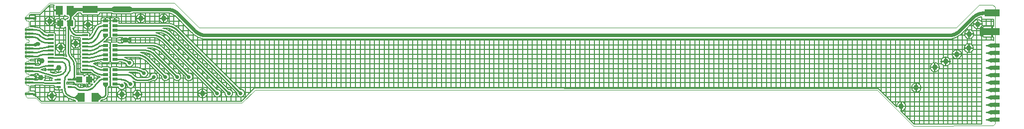
<source format=gtl>
G04 EAGLE Gerber X2 export*
%TF.Part,Single*%
%TF.FileFunction,Other,top copper*%
%TF.FilePolarity,Positive*%
%TF.GenerationSoftware,Autodesk,EAGLE,9.6.2*%
%TF.CreationDate,2022-07-13T20:40:15Z*%
G75*
%MOMM*%
%FSLAX34Y34*%
%LPD*%
%INtop copper*%
%AMOC8*
5,1,8,0,0,1.08239X$1,22.5*%
G01*
%ADD10C,0.000000*%
%ADD11R,0.900000X0.500000*%
%ADD12R,1.270000X1.524000*%
%ADD13R,1.350000X0.450000*%
%ADD14R,1.600000X0.800000*%
%ADD15R,2.540000X1.270000*%
%ADD16R,1.300000X1.500000*%
%ADD17R,1.100000X1.000000*%
%ADD18R,0.990600X0.304800*%
%ADD19R,0.800000X0.350000*%
%ADD20C,0.454000*%
%ADD21C,0.254000*%
%ADD22C,0.935000*%
%ADD23C,1.020000*%
%ADD24C,0.203200*%
%ADD25C,0.290000*%
%ADD26C,0.680000*%
%ADD27C,0.850000*%
%ADD28C,0.127000*%
%ADD29C,0.609600*%
%ADD30C,1.016000*%
%ADD31C,0.304800*%

G36*
X1624924Y79259D02*
X1624924Y79259D01*
X1625010Y79259D01*
X1625124Y79282D01*
X1625239Y79296D01*
X1625321Y79322D01*
X1625405Y79340D01*
X1625541Y79394D01*
X1625622Y79421D01*
X1625660Y79442D01*
X1625712Y79463D01*
X1637904Y85559D01*
X1637933Y85577D01*
X1637963Y85590D01*
X1638048Y85647D01*
X1638131Y85692D01*
X1638180Y85733D01*
X1638245Y85774D01*
X1638269Y85797D01*
X1638296Y85816D01*
X1638376Y85896D01*
X1638440Y85950D01*
X1638476Y85994D01*
X1638536Y86052D01*
X1638555Y86079D01*
X1638579Y86103D01*
X1638646Y86205D01*
X1638693Y86264D01*
X1638715Y86308D01*
X1638767Y86382D01*
X1638781Y86412D01*
X1638799Y86440D01*
X1638847Y86562D01*
X1638878Y86621D01*
X1638890Y86663D01*
X1638929Y86751D01*
X1638936Y86783D01*
X1638948Y86814D01*
X1638973Y86950D01*
X1638990Y87008D01*
X1638993Y87046D01*
X1639014Y87144D01*
X1639014Y87177D01*
X1639020Y87210D01*
X1639018Y87354D01*
X1639022Y87409D01*
X1639019Y87443D01*
X1639020Y87547D01*
X1639014Y87579D01*
X1639013Y87613D01*
X1638982Y87758D01*
X1638976Y87809D01*
X1638966Y87839D01*
X1638947Y87942D01*
X1638934Y87973D01*
X1638927Y88006D01*
X1638866Y88144D01*
X1638851Y88192D01*
X1638836Y88218D01*
X1638797Y88316D01*
X1638778Y88344D01*
X1638765Y88374D01*
X1638678Y88498D01*
X1638653Y88543D01*
X1638633Y88565D01*
X1638576Y88653D01*
X1638552Y88676D01*
X1638533Y88704D01*
X1638424Y88807D01*
X1638390Y88847D01*
X1638365Y88866D01*
X1638293Y88939D01*
X1638265Y88958D01*
X1638241Y88981D01*
X1638092Y89078D01*
X1638072Y89094D01*
X1638055Y89102D01*
X1637963Y89162D01*
X1637959Y89164D01*
X1625771Y95766D01*
X1625662Y95812D01*
X1625557Y95867D01*
X1625477Y95890D01*
X1625400Y95922D01*
X1625284Y95945D01*
X1625170Y95978D01*
X1625087Y95985D01*
X1625005Y96001D01*
X1624887Y96001D01*
X1624768Y96011D01*
X1624686Y96001D01*
X1624603Y96001D01*
X1624486Y95978D01*
X1624369Y95964D01*
X1624290Y95938D01*
X1624208Y95922D01*
X1624099Y95876D01*
X1623986Y95839D01*
X1623913Y95798D01*
X1623837Y95766D01*
X1623739Y95700D01*
X1623635Y95641D01*
X1623572Y95587D01*
X1623504Y95540D01*
X1623420Y95456D01*
X1623331Y95378D01*
X1623280Y95313D01*
X1623221Y95253D01*
X1623156Y95154D01*
X1623084Y95060D01*
X1623047Y94986D01*
X1623001Y94916D01*
X1622957Y94806D01*
X1622904Y94700D01*
X1622883Y94619D01*
X1622852Y94542D01*
X1622831Y94425D01*
X1622800Y94311D01*
X1622792Y94213D01*
X1622780Y94146D01*
X1622781Y94078D01*
X1622773Y93980D01*
X1622773Y81280D01*
X1622781Y81195D01*
X1622780Y81109D01*
X1622801Y80995D01*
X1622813Y80879D01*
X1622838Y80798D01*
X1622853Y80714D01*
X1622897Y80606D01*
X1622931Y80494D01*
X1622972Y80419D01*
X1623003Y80340D01*
X1623067Y80243D01*
X1623123Y80140D01*
X1623177Y80075D01*
X1623224Y80003D01*
X1623306Y79920D01*
X1623380Y79831D01*
X1623447Y79778D01*
X1623507Y79717D01*
X1623603Y79652D01*
X1623694Y79579D01*
X1623770Y79540D01*
X1623841Y79492D01*
X1623948Y79447D01*
X1624051Y79393D01*
X1624133Y79370D01*
X1624212Y79337D01*
X1624327Y79314D01*
X1624438Y79282D01*
X1624523Y79275D01*
X1624607Y79258D01*
X1624724Y79259D01*
X1624840Y79249D01*
X1624924Y79259D01*
G37*
D10*
X0Y-23000D02*
X3000Y-26000D01*
X17000Y-26000D01*
X39750Y136500D02*
X252500Y136500D01*
X39750Y136500D02*
X23750Y120500D01*
X7000Y120500D01*
X0Y113500D01*
X0Y107500D01*
X0Y94000D02*
X0Y75000D01*
X1000Y74000D01*
X4000Y74000D01*
X5000Y73000D01*
X5000Y70000D02*
X4000Y69000D01*
X1000Y69000D01*
X0Y68000D01*
X5000Y70000D02*
X5000Y73000D01*
X0Y68000D02*
X0Y42500D01*
X1000Y41500D01*
X4000Y41500D01*
X5000Y40500D01*
X5000Y37500D02*
X4000Y36500D01*
X1000Y36500D01*
X0Y35500D01*
X5000Y37500D02*
X5000Y40500D01*
X0Y-16500D02*
X0Y-23000D01*
X0Y-3000D02*
X0Y9500D01*
X0Y16500D02*
X0Y35500D01*
X0Y-3000D02*
X1000Y-4000D01*
X4000Y-4000D02*
X5000Y-5000D01*
X4000Y-4000D02*
X1000Y-4000D01*
X5000Y-5000D02*
X5000Y-14500D01*
X4000Y-15500D01*
X1000Y-15500D01*
X0Y-16500D01*
X1000Y106500D02*
X0Y107500D01*
X1000Y106500D02*
X4000Y106500D01*
X5000Y105500D01*
X5000Y96000D01*
X4000Y95000D01*
X1000Y95000D01*
X0Y94000D01*
X252500Y136500D02*
X294500Y94500D01*
X1582410Y94500D01*
X1621410Y133500D01*
X1644810Y133500D01*
X1648800Y129500D01*
X1648800Y-70000D01*
X1645300Y-73500D01*
X1509800Y-74000D01*
X1448300Y-12500D01*
X390500Y-12000D01*
X368000Y-34500D01*
X25500Y-34500D01*
X1000Y15500D02*
X0Y16500D01*
X1000Y15500D02*
X4000Y15500D01*
X5000Y14500D01*
X5000Y11500D01*
X4000Y10500D01*
X1000Y10500D01*
X0Y9500D01*
X17000Y-26000D02*
X25500Y-34500D01*
D11*
X135500Y106000D03*
X135500Y98000D03*
X135500Y90000D03*
X135500Y82000D03*
X151500Y82000D03*
X151500Y90000D03*
X151500Y98000D03*
X151500Y106000D03*
X135500Y64000D03*
X135500Y56000D03*
X135500Y48000D03*
X135500Y40000D03*
X151500Y40000D03*
X151500Y48000D03*
X151500Y56000D03*
X151500Y64000D03*
X135500Y22000D03*
X135500Y14000D03*
X135500Y6000D03*
X135500Y-2000D03*
X151500Y-2000D03*
X151500Y6000D03*
X151500Y14000D03*
X151500Y22000D03*
D12*
X94000Y-24750D03*
X118000Y-24750D03*
D13*
X6500Y0D03*
X6500Y6500D03*
X6500Y19500D03*
X6500Y26000D03*
X6500Y32500D03*
X6500Y45500D03*
X6500Y52000D03*
X6500Y58500D03*
X6500Y65000D03*
X6500Y78000D03*
X6500Y84500D03*
X6500Y91000D03*
X6500Y-19500D03*
X6500Y110500D03*
D14*
X1648490Y38110D03*
X1648490Y-63490D03*
X1648490Y-50790D03*
X1648490Y-38090D03*
X1648490Y-25390D03*
X1648490Y-12690D03*
X1648490Y10D03*
X1648490Y12710D03*
X1648490Y25410D03*
D15*
X1643410Y87640D03*
X1643410Y119390D03*
D14*
X1648490Y50810D03*
X1648490Y63510D03*
D15*
X109650Y125940D03*
D16*
X76000Y124000D03*
X57000Y124000D03*
D17*
X75500Y101500D03*
X58500Y101500D03*
D18*
X42322Y81250D03*
X42322Y74750D03*
X42322Y68250D03*
X42322Y61750D03*
X42322Y55250D03*
X42322Y48750D03*
X42322Y42250D03*
X42322Y35750D03*
X42322Y29250D03*
X42322Y22750D03*
X100678Y22750D03*
X100678Y29250D03*
X100678Y35750D03*
X100678Y42250D03*
X100678Y48750D03*
X100678Y55250D03*
X100678Y61750D03*
X100678Y68250D03*
X100678Y74750D03*
X100678Y81250D03*
D19*
X74750Y-7250D03*
X74750Y5750D03*
X55750Y5750D03*
X55750Y-750D03*
X55750Y-7250D03*
D17*
X91000Y5500D03*
X108000Y5500D03*
D20*
X6500Y0D03*
X0Y0D03*
D21*
X6500Y0D02*
X17500Y0D01*
X45500Y-750D02*
X55750Y-750D01*
X45500Y-750D02*
X17500Y0D01*
D20*
X0Y65000D03*
X6500Y65000D03*
X0Y110500D03*
D21*
X3270Y110500D02*
X6500Y110500D01*
D20*
X6500Y110500D03*
X0Y6500D03*
D22*
X44516Y-22388D03*
D20*
X0Y-19500D03*
X6500Y-19500D03*
X6500Y6500D03*
D21*
X0Y6500D01*
X3270Y6500D02*
X6500Y6500D01*
D20*
X6500Y32500D03*
X0Y32500D03*
D23*
X1649442Y87376D03*
X1636742Y87376D03*
D24*
X1643410Y87640D01*
X42322Y22750D02*
X42322Y22750D01*
X49062Y22750D01*
X49062Y22750D01*
X42322Y22750D01*
X143016Y60251D02*
X143016Y67749D01*
X141249Y69516D01*
X132381Y69516D01*
X134915Y71543D01*
X135694Y71723D01*
X136248Y72609D01*
X137064Y73262D01*
X137152Y74056D01*
X137284Y74267D01*
X137745Y74484D01*
X137817Y74681D01*
X137998Y74785D01*
X138051Y74980D01*
X140227Y76484D01*
X141249Y76484D01*
X143016Y78251D01*
X143016Y81369D01*
X143035Y81476D01*
X143016Y81504D01*
X143016Y85749D01*
X142765Y86000D01*
X143016Y86251D01*
X143016Y93749D01*
X142765Y94000D01*
X143016Y94251D01*
X143016Y101749D01*
X142671Y102094D01*
X142810Y102336D01*
X143016Y103103D01*
X143016Y105766D01*
X135734Y105766D01*
X135734Y106234D01*
X143016Y106234D01*
X143016Y108897D01*
X142810Y109664D01*
X142413Y110352D01*
X141852Y110913D01*
X141164Y111310D01*
X140397Y111516D01*
X135734Y111516D01*
X135734Y106234D01*
X135266Y106234D01*
X135266Y111516D01*
X130603Y111516D01*
X129836Y111310D01*
X129148Y110913D01*
X128587Y110352D01*
X128190Y109664D01*
X127984Y108897D01*
X127984Y106234D01*
X135266Y106234D01*
X135266Y105766D01*
X127984Y105766D01*
X127984Y103103D01*
X128190Y102336D01*
X128218Y102286D01*
X128125Y102286D01*
X127570Y101731D01*
X123482Y100327D01*
X122418Y100325D01*
X121868Y99773D01*
X121131Y99519D01*
X120664Y98563D01*
X118934Y96827D01*
X118354Y96678D01*
X117724Y95612D01*
X116851Y94735D01*
X116852Y94136D01*
X115402Y91682D01*
X114867Y91384D01*
X114530Y90207D01*
X113907Y89152D01*
X114059Y88559D01*
X113540Y86742D01*
X110651Y82037D01*
X108647Y80167D01*
X108647Y84023D01*
X106880Y85790D01*
X94476Y85790D01*
X94222Y85536D01*
X88553Y85536D01*
X86892Y85700D01*
X83821Y86971D01*
X82531Y88031D01*
X82531Y88031D01*
X81328Y89402D01*
X79508Y92554D01*
X79259Y93484D01*
X82249Y93484D01*
X84016Y95251D01*
X84016Y107749D01*
X82249Y109516D01*
X81270Y109516D01*
X81270Y112479D01*
X82275Y113484D01*
X83749Y113484D01*
X85516Y115251D01*
X85516Y116440D01*
X88952Y119876D01*
X93934Y119876D01*
X93934Y118341D01*
X95701Y116574D01*
X123599Y116574D01*
X125366Y118341D01*
X125366Y119876D01*
X145795Y119876D01*
X146594Y119077D01*
X149570Y117844D01*
X178190Y117844D01*
X181166Y119077D01*
X181965Y119876D01*
X240559Y119876D01*
X243083Y119711D01*
X247959Y118404D01*
X252330Y115880D01*
X254232Y114213D01*
X282237Y86208D01*
X282835Y85609D01*
X285789Y82656D01*
X286942Y81503D01*
X286942Y81503D01*
X294116Y77360D01*
X294116Y77360D01*
X302119Y75216D01*
X1573871Y75216D01*
X1581874Y77360D01*
X1581874Y77360D01*
X1589048Y81503D01*
X1589048Y81503D01*
X1590201Y82656D01*
X1590201Y82656D01*
X1615208Y107663D01*
X1617110Y109330D01*
X1621481Y111854D01*
X1625781Y113006D01*
X1625781Y109806D01*
X1626748Y108839D01*
X1645784Y108839D01*
X1645784Y97006D01*
X1644426Y97006D01*
X1644426Y93785D01*
X1644268Y93680D01*
X1643138Y92550D01*
X1643092Y92481D01*
X1643046Y92550D01*
X1642394Y93202D01*
X1642394Y97006D01*
X1630313Y97006D01*
X1629546Y96800D01*
X1628858Y96403D01*
X1628297Y95842D01*
X1627900Y95154D01*
X1627694Y94387D01*
X1627694Y88656D01*
X1628722Y88656D01*
X1628626Y88175D01*
X1628626Y87860D01*
X1636258Y87860D01*
X1636258Y86892D01*
X1628626Y86892D01*
X1628626Y86624D01*
X1627694Y86624D01*
X1627694Y80893D01*
X1627900Y80126D01*
X1628297Y79438D01*
X1628858Y78877D01*
X1629546Y78480D01*
X1630313Y78274D01*
X1642394Y78274D01*
X1642394Y81550D01*
X1643046Y82202D01*
X1643092Y82271D01*
X1643138Y82202D01*
X1644268Y81072D01*
X1644426Y80967D01*
X1644426Y78274D01*
X1645784Y78274D01*
X1645784Y72671D01*
X1645684Y72771D01*
X1626978Y72771D01*
X1626011Y71804D01*
X1626011Y-70555D01*
X1511045Y-70979D01*
X1488037Y-47972D01*
X1488252Y-48015D01*
X1488651Y-48015D01*
X1488651Y-40683D01*
X1489369Y-40683D01*
X1489369Y-48015D01*
X1489768Y-48015D01*
X1491253Y-47719D01*
X1492653Y-47140D01*
X1493913Y-46298D01*
X1494984Y-45227D01*
X1495826Y-43967D01*
X1496405Y-42567D01*
X1496701Y-41082D01*
X1496701Y-40683D01*
X1489369Y-40683D01*
X1489369Y-39965D01*
X1496701Y-39965D01*
X1496701Y-39566D01*
X1496405Y-38081D01*
X1495826Y-36681D01*
X1494984Y-35421D01*
X1493913Y-34350D01*
X1492653Y-33508D01*
X1491253Y-32929D01*
X1489768Y-32633D01*
X1489369Y-32633D01*
X1489369Y-39965D01*
X1488651Y-39965D01*
X1488651Y-32633D01*
X1488252Y-32633D01*
X1486767Y-32929D01*
X1485367Y-33508D01*
X1484107Y-34350D01*
X1483036Y-35421D01*
X1482194Y-36681D01*
X1481615Y-38081D01*
X1481319Y-39566D01*
X1481319Y-39965D01*
X1488651Y-39965D01*
X1488651Y-40683D01*
X1481319Y-40683D01*
X1481319Y-41082D01*
X1481362Y-41297D01*
X1450451Y-10386D01*
X1449551Y-9485D01*
X1449550Y-9485D01*
X1449549Y-9484D01*
X1448295Y-9484D01*
X391750Y-8985D01*
X391749Y-8984D01*
X390508Y-8984D01*
X389252Y-8983D01*
X389252Y-8984D01*
X389251Y-8984D01*
X388385Y-9850D01*
X387485Y-10749D01*
X387485Y-10750D01*
X366751Y-31484D01*
X127366Y-31484D01*
X127366Y-31133D01*
X129828Y-29036D01*
X131816Y-29036D01*
X135587Y-27474D01*
X135587Y-27474D01*
X135775Y-27286D01*
X135775Y-27286D01*
X136563Y-26499D01*
X137031Y-26031D01*
X138286Y-24775D01*
X138286Y-24775D01*
X138354Y-24708D01*
X138354Y-24707D01*
X139786Y-21250D01*
X139786Y-8187D01*
X140189Y-7516D01*
X141249Y-7516D01*
X143016Y-5749D01*
X143016Y-2804D01*
X143089Y-2683D01*
X143016Y-2392D01*
X143016Y1749D01*
X142765Y2000D01*
X143016Y2251D01*
X143016Y9749D01*
X142765Y10000D01*
X143016Y10251D01*
X143016Y17749D01*
X142765Y18000D01*
X143016Y18251D01*
X143016Y25749D01*
X141249Y27516D01*
X129751Y27516D01*
X128622Y26387D01*
X125996Y27044D01*
X122540Y28772D01*
X117300Y31828D01*
X116635Y32619D01*
X115827Y32688D01*
X115278Y33008D01*
X124099Y34782D01*
X128706Y35529D01*
X129751Y34484D01*
X141249Y34484D01*
X143016Y36251D01*
X143016Y43749D01*
X142765Y44000D01*
X143016Y44251D01*
X143016Y51749D01*
X142765Y52000D01*
X143016Y52251D01*
X143016Y59749D01*
X142765Y60000D01*
X143016Y60251D01*
X243916Y11276D02*
X243916Y8724D01*
X243916Y11276D02*
X242939Y13634D01*
X241134Y15439D01*
X238776Y16416D01*
X237145Y16416D01*
X208715Y44846D01*
X208715Y44846D01*
X207207Y46355D01*
X207207Y46355D01*
X200437Y50263D01*
X200437Y50263D01*
X195022Y51714D01*
X200979Y51714D01*
X203735Y51533D01*
X209059Y50107D01*
X213832Y47351D01*
X215909Y45530D01*
X251084Y10355D01*
X251084Y8724D01*
X252061Y6366D01*
X253866Y4561D01*
X256224Y3584D01*
X258776Y3584D01*
X261134Y4561D01*
X262939Y6366D01*
X263916Y8724D01*
X263916Y11276D01*
X262939Y13634D01*
X261134Y15439D01*
X258776Y16416D01*
X257145Y16416D01*
X220715Y52846D01*
X220715Y52846D01*
X219207Y54355D01*
X219207Y54355D01*
X212437Y58263D01*
X212437Y58263D01*
X207022Y59714D01*
X212979Y59714D01*
X215735Y59533D01*
X221059Y58107D01*
X225832Y55351D01*
X227909Y53530D01*
X271084Y10355D01*
X271084Y8724D01*
X272061Y6366D01*
X273866Y4561D01*
X276224Y3584D01*
X278776Y3584D01*
X281134Y4561D01*
X282939Y6366D01*
X283916Y8724D01*
X283916Y11276D01*
X282939Y13634D01*
X281134Y15439D01*
X278776Y16416D01*
X277145Y16416D01*
X232715Y60846D01*
X232715Y60846D01*
X231207Y62355D01*
X231207Y62355D01*
X224437Y66263D01*
X224437Y66263D01*
X216887Y68286D01*
X175867Y68286D01*
X175888Y68307D01*
X176730Y69567D01*
X177309Y70967D01*
X177605Y72452D01*
X177605Y72851D01*
X170273Y72851D01*
X170273Y73569D01*
X177605Y73569D01*
X177605Y73968D01*
X177309Y75453D01*
X176730Y76853D01*
X176154Y77714D01*
X214979Y77714D01*
X217735Y77533D01*
X223059Y76107D01*
X227832Y73351D01*
X229909Y71530D01*
X231147Y70292D01*
X231164Y70275D01*
X319084Y-17645D01*
X319084Y-19276D01*
X320061Y-21634D01*
X321866Y-23439D01*
X324224Y-24416D01*
X326776Y-24416D01*
X329134Y-23439D01*
X330939Y-21634D01*
X331916Y-19276D01*
X331916Y-16724D01*
X330939Y-14366D01*
X329134Y-12561D01*
X326776Y-11584D01*
X325145Y-11584D01*
X237225Y76336D01*
X237208Y76353D01*
X234715Y78846D01*
X234715Y78846D01*
X233207Y80355D01*
X233207Y80355D01*
X226437Y84263D01*
X226437Y84263D01*
X221022Y85714D01*
X226979Y85714D01*
X229735Y85533D01*
X229735Y85533D01*
X235059Y84107D01*
X239832Y81351D01*
X241909Y79530D01*
X242663Y78776D01*
X243164Y78275D01*
X243164Y78275D01*
X339084Y-17645D01*
X339084Y-19276D01*
X340061Y-21634D01*
X341866Y-23439D01*
X344224Y-24416D01*
X346776Y-24416D01*
X349134Y-23439D01*
X350939Y-21634D01*
X351916Y-19276D01*
X351916Y-16724D01*
X350939Y-14366D01*
X349134Y-12561D01*
X346776Y-11584D01*
X345145Y-11584D01*
X249225Y84336D01*
X249225Y84336D01*
X248723Y84838D01*
X246715Y86846D01*
X246715Y86846D01*
X245207Y88355D01*
X245207Y88355D01*
X238437Y92263D01*
X238437Y92263D01*
X233022Y93714D01*
X238979Y93714D01*
X241735Y93533D01*
X247059Y92107D01*
X251832Y89351D01*
X253909Y87530D01*
X359084Y-17645D01*
X359084Y-19276D01*
X360061Y-21634D01*
X361866Y-23439D01*
X364224Y-24416D01*
X366776Y-24416D01*
X369134Y-23439D01*
X370939Y-21634D01*
X371916Y-19276D01*
X371916Y-16724D01*
X370939Y-14366D01*
X369134Y-12561D01*
X366776Y-11584D01*
X365145Y-11584D01*
X258715Y94846D01*
X258715Y94846D01*
X257207Y96355D01*
X257207Y96355D01*
X250437Y100263D01*
X250437Y100263D01*
X242887Y102286D01*
X158782Y102286D01*
X158810Y102336D01*
X159016Y103103D01*
X159016Y105766D01*
X151734Y105766D01*
X151734Y106234D01*
X159016Y106234D01*
X159016Y108897D01*
X158810Y109664D01*
X158413Y110352D01*
X157852Y110913D01*
X157164Y111310D01*
X156397Y111516D01*
X151734Y111516D01*
X151734Y106234D01*
X151266Y106234D01*
X151266Y111516D01*
X146603Y111516D01*
X145836Y111310D01*
X145148Y110913D01*
X144587Y110352D01*
X144190Y109664D01*
X143984Y108897D01*
X143984Y106234D01*
X151266Y106234D01*
X151266Y105766D01*
X143984Y105766D01*
X143984Y103103D01*
X144190Y102336D01*
X144329Y102094D01*
X143984Y101749D01*
X143984Y94251D01*
X144235Y94000D01*
X143984Y93749D01*
X143984Y86251D01*
X144235Y86000D01*
X143984Y85749D01*
X143984Y78251D01*
X145751Y76484D01*
X157249Y76484D01*
X158479Y77714D01*
X163674Y77714D01*
X163098Y76853D01*
X162519Y75453D01*
X162223Y73968D01*
X162223Y73569D01*
X169555Y73569D01*
X169555Y72851D01*
X162223Y72851D01*
X162223Y72452D01*
X162519Y70967D01*
X163098Y69567D01*
X163940Y68307D01*
X163961Y68286D01*
X158479Y68286D01*
X157249Y69516D01*
X145751Y69516D01*
X143984Y67749D01*
X143984Y60251D01*
X144235Y60000D01*
X143984Y59749D01*
X143984Y52251D01*
X144235Y52000D01*
X143984Y51749D01*
X143984Y44251D01*
X144235Y44000D01*
X143984Y43749D01*
X143984Y36251D01*
X145751Y34484D01*
X157249Y34484D01*
X158479Y35714D01*
X161585Y35714D01*
X164864Y35391D01*
X170084Y33229D01*
X170084Y32546D01*
X171061Y30188D01*
X172866Y28383D01*
X175224Y27406D01*
X177776Y27406D01*
X180134Y28383D01*
X181939Y30188D01*
X182916Y32546D01*
X182916Y35098D01*
X181939Y37456D01*
X180134Y39261D01*
X177776Y40238D01*
X176145Y40238D01*
X175961Y40422D01*
X175961Y40422D01*
X168014Y43714D01*
X188979Y43714D01*
X191735Y43533D01*
X197059Y42107D01*
X201832Y39351D01*
X203909Y37530D01*
X231084Y10355D01*
X231084Y8724D01*
X232061Y6366D01*
X233866Y4561D01*
X236224Y3584D01*
X238776Y3584D01*
X241134Y4561D01*
X242939Y6366D01*
X243916Y8724D01*
X234877Y110471D02*
X234877Y117803D01*
X234877Y110471D02*
X234159Y110471D01*
X234159Y117803D01*
X233760Y117803D01*
X232275Y117507D01*
X230875Y116928D01*
X229615Y116086D01*
X228544Y115015D01*
X227702Y113755D01*
X227123Y112355D01*
X226827Y110870D01*
X226827Y110471D01*
X234159Y110471D01*
X234159Y109753D01*
X226827Y109753D01*
X226827Y109354D01*
X227123Y107869D01*
X227702Y106469D01*
X228544Y105209D01*
X229615Y104138D01*
X230875Y103296D01*
X232275Y102717D01*
X233760Y102421D01*
X234159Y102421D01*
X234159Y109753D01*
X234877Y109753D01*
X234877Y102421D01*
X235276Y102421D01*
X236761Y102717D01*
X238161Y103296D01*
X239421Y104138D01*
X240492Y105209D01*
X241334Y106469D01*
X241913Y107869D01*
X242209Y109354D01*
X242209Y109753D01*
X234877Y109753D01*
X234877Y110471D01*
X242209Y110471D01*
X242209Y110870D01*
X241913Y112355D01*
X241334Y113755D01*
X240492Y115015D01*
X239421Y116086D01*
X238161Y116928D01*
X236761Y117507D01*
X235276Y117803D01*
X234877Y117803D01*
X1564891Y44071D02*
X1564891Y36739D01*
X1564173Y36739D01*
X1564173Y44071D01*
X1563774Y44071D01*
X1562289Y43775D01*
X1560889Y43196D01*
X1559629Y42354D01*
X1558558Y41283D01*
X1557716Y40023D01*
X1557137Y38623D01*
X1556841Y37138D01*
X1556841Y36739D01*
X1564173Y36739D01*
X1564173Y36021D01*
X1556841Y36021D01*
X1556841Y35622D01*
X1557137Y34137D01*
X1557716Y32737D01*
X1558558Y31477D01*
X1559629Y30406D01*
X1560889Y29564D01*
X1562289Y28985D01*
X1563774Y28689D01*
X1564173Y28689D01*
X1564173Y36021D01*
X1564891Y36021D01*
X1564891Y28689D01*
X1565290Y28689D01*
X1566775Y28985D01*
X1568175Y29564D01*
X1569435Y30406D01*
X1570506Y31477D01*
X1571348Y32737D01*
X1571927Y34137D01*
X1572223Y35622D01*
X1572223Y36021D01*
X1564891Y36021D01*
X1564891Y36739D01*
X1572223Y36739D01*
X1572223Y37138D01*
X1571927Y38623D01*
X1571348Y40023D01*
X1570506Y41283D01*
X1569435Y42354D01*
X1568175Y43196D01*
X1566775Y43775D01*
X1565290Y44071D01*
X1564891Y44071D01*
X1514869Y-633D02*
X1514869Y-7965D01*
X1514151Y-7965D01*
X1514151Y-633D01*
X1513752Y-633D01*
X1512267Y-929D01*
X1510867Y-1508D01*
X1509607Y-2350D01*
X1508536Y-3421D01*
X1507694Y-4681D01*
X1507115Y-6081D01*
X1506819Y-7566D01*
X1506819Y-7965D01*
X1514151Y-7965D01*
X1514151Y-8683D01*
X1506819Y-8683D01*
X1506819Y-9082D01*
X1507115Y-10567D01*
X1507694Y-11967D01*
X1508536Y-13227D01*
X1509607Y-14298D01*
X1510867Y-15140D01*
X1512267Y-15719D01*
X1513752Y-16015D01*
X1514151Y-16015D01*
X1514151Y-8683D01*
X1514869Y-8683D01*
X1514869Y-16015D01*
X1515268Y-16015D01*
X1516753Y-15719D01*
X1518153Y-15140D01*
X1519413Y-14298D01*
X1520484Y-13227D01*
X1521326Y-11967D01*
X1521905Y-10567D01*
X1522201Y-9082D01*
X1522201Y-8683D01*
X1514869Y-8683D01*
X1514869Y-7965D01*
X1522201Y-7965D01*
X1522201Y-7566D01*
X1521905Y-6081D01*
X1521326Y-4681D01*
X1520484Y-3421D01*
X1519413Y-2350D01*
X1518153Y-1508D01*
X1516753Y-929D01*
X1515268Y-633D01*
X1514869Y-633D01*
X1604769Y83761D02*
X1604769Y91093D01*
X1604769Y83761D02*
X1604051Y83761D01*
X1604051Y91093D01*
X1603652Y91093D01*
X1602167Y90797D01*
X1600767Y90218D01*
X1599507Y89376D01*
X1598436Y88305D01*
X1597594Y87045D01*
X1597015Y85645D01*
X1596719Y84160D01*
X1596719Y83761D01*
X1604051Y83761D01*
X1604051Y83043D01*
X1596719Y83043D01*
X1596719Y82644D01*
X1597015Y81159D01*
X1597594Y79759D01*
X1598436Y78499D01*
X1599507Y77428D01*
X1600767Y76586D01*
X1602167Y76007D01*
X1603652Y75711D01*
X1604051Y75711D01*
X1604051Y83043D01*
X1604769Y83043D01*
X1604769Y75711D01*
X1605168Y75711D01*
X1606653Y76007D01*
X1608053Y76586D01*
X1609313Y77428D01*
X1610384Y78499D01*
X1611226Y79759D01*
X1611805Y81159D01*
X1612101Y82644D01*
X1612101Y83043D01*
X1604769Y83043D01*
X1604769Y83761D01*
X1612101Y83761D01*
X1612101Y84160D01*
X1611805Y85645D01*
X1611226Y87045D01*
X1610384Y88305D01*
X1609313Y89376D01*
X1608053Y90218D01*
X1606653Y90797D01*
X1605168Y91093D01*
X1604769Y91093D01*
X190051Y-12571D02*
X190051Y-19903D01*
X189333Y-19903D01*
X189333Y-12571D01*
X188934Y-12571D01*
X187449Y-12867D01*
X186049Y-13446D01*
X184789Y-14288D01*
X183718Y-15359D01*
X182876Y-16619D01*
X182297Y-18019D01*
X182001Y-19504D01*
X182001Y-19903D01*
X189333Y-19903D01*
X189333Y-20621D01*
X182001Y-20621D01*
X182001Y-21020D01*
X182297Y-22505D01*
X182876Y-23905D01*
X183718Y-25165D01*
X184789Y-26236D01*
X186049Y-27078D01*
X187449Y-27657D01*
X188934Y-27953D01*
X189333Y-27953D01*
X189333Y-20621D01*
X190051Y-20621D01*
X190051Y-27953D01*
X190450Y-27953D01*
X191935Y-27657D01*
X193335Y-27078D01*
X194595Y-26236D01*
X195666Y-25165D01*
X196508Y-23905D01*
X197087Y-22505D01*
X197383Y-21020D01*
X197383Y-20621D01*
X190051Y-20621D01*
X190051Y-19903D01*
X197383Y-19903D01*
X197383Y-19504D01*
X197087Y-18019D01*
X196508Y-16619D01*
X195666Y-15359D01*
X194595Y-14288D01*
X193335Y-13446D01*
X191935Y-12867D01*
X190450Y-12571D01*
X190051Y-12571D01*
X106377Y99471D02*
X106377Y106803D01*
X106377Y99471D02*
X105659Y99471D01*
X105659Y106803D01*
X105260Y106803D01*
X103775Y106507D01*
X102375Y105928D01*
X101115Y105086D01*
X100044Y104015D01*
X99202Y102755D01*
X98623Y101355D01*
X98327Y99870D01*
X98327Y99471D01*
X105659Y99471D01*
X105659Y98753D01*
X98327Y98753D01*
X98327Y98354D01*
X98623Y96869D01*
X99202Y95469D01*
X100044Y94209D01*
X101115Y93138D01*
X102375Y92296D01*
X103775Y91717D01*
X105260Y91421D01*
X105659Y91421D01*
X105659Y98753D01*
X106377Y98753D01*
X106377Y91421D01*
X106776Y91421D01*
X108261Y91717D01*
X109661Y92296D01*
X110921Y93138D01*
X111992Y94209D01*
X112834Y95469D01*
X113413Y96869D01*
X113709Y98354D01*
X113709Y98753D01*
X106377Y98753D01*
X106377Y99471D01*
X113709Y99471D01*
X113709Y99870D01*
X113413Y101355D01*
X112834Y102755D01*
X111992Y104015D01*
X110921Y105086D01*
X109661Y105928D01*
X108261Y106507D01*
X106776Y106803D01*
X106377Y106803D01*
X301041Y-10353D02*
X301041Y-17685D01*
X300323Y-17685D01*
X300323Y-10353D01*
X299924Y-10353D01*
X298439Y-10649D01*
X297039Y-11228D01*
X295779Y-12070D01*
X294708Y-13141D01*
X293866Y-14401D01*
X293287Y-15801D01*
X292991Y-17286D01*
X292991Y-17685D01*
X300323Y-17685D01*
X300323Y-18403D01*
X292991Y-18403D01*
X292991Y-18802D01*
X293287Y-20287D01*
X293866Y-21687D01*
X294708Y-22947D01*
X295779Y-24018D01*
X297039Y-24860D01*
X298439Y-25439D01*
X299924Y-25735D01*
X300323Y-25735D01*
X300323Y-18403D01*
X301041Y-18403D01*
X301041Y-25735D01*
X301440Y-25735D01*
X302925Y-25439D01*
X304325Y-24860D01*
X305585Y-24018D01*
X306656Y-22947D01*
X307498Y-21687D01*
X308077Y-20287D01*
X308373Y-18802D01*
X308373Y-18403D01*
X301041Y-18403D01*
X301041Y-17685D01*
X308373Y-17685D01*
X308373Y-17286D01*
X308077Y-15801D01*
X307498Y-14401D01*
X306656Y-13141D01*
X305585Y-12070D01*
X304325Y-11228D01*
X302925Y-10649D01*
X301440Y-10353D01*
X301041Y-10353D01*
X163911Y-12317D02*
X163911Y-19649D01*
X163193Y-19649D01*
X163193Y-12317D01*
X162794Y-12317D01*
X161309Y-12613D01*
X159909Y-13192D01*
X158649Y-14034D01*
X157578Y-15105D01*
X156736Y-16365D01*
X156157Y-17765D01*
X155861Y-19250D01*
X155861Y-19649D01*
X163193Y-19649D01*
X163193Y-20367D01*
X155861Y-20367D01*
X155861Y-20766D01*
X156157Y-22251D01*
X156736Y-23651D01*
X157578Y-24911D01*
X158649Y-25982D01*
X159909Y-26824D01*
X161309Y-27403D01*
X162794Y-27699D01*
X163193Y-27699D01*
X163193Y-20367D01*
X163911Y-20367D01*
X163911Y-27699D01*
X164310Y-27699D01*
X165795Y-27403D01*
X167195Y-26824D01*
X168455Y-25982D01*
X169526Y-24911D01*
X170368Y-23651D01*
X170947Y-22251D01*
X171243Y-20766D01*
X171243Y-20367D01*
X163911Y-20367D01*
X163911Y-19649D01*
X171243Y-19649D01*
X171243Y-19250D01*
X170947Y-17765D01*
X170368Y-16365D01*
X169526Y-15105D01*
X168455Y-14034D01*
X167195Y-13192D01*
X165795Y-12613D01*
X164310Y-12317D01*
X163911Y-12317D01*
X1619525Y100771D02*
X1619525Y108103D01*
X1619525Y100771D02*
X1618807Y100771D01*
X1618807Y108103D01*
X1618408Y108103D01*
X1616923Y107807D01*
X1615523Y107228D01*
X1614263Y106386D01*
X1613192Y105315D01*
X1612350Y104055D01*
X1611771Y102655D01*
X1611475Y101170D01*
X1611475Y100771D01*
X1618807Y100771D01*
X1618807Y100053D01*
X1611475Y100053D01*
X1611475Y99654D01*
X1611771Y98169D01*
X1612350Y96769D01*
X1613192Y95509D01*
X1614263Y94438D01*
X1615523Y93596D01*
X1616923Y93017D01*
X1618408Y92721D01*
X1618807Y92721D01*
X1618807Y100053D01*
X1619525Y100053D01*
X1619525Y92721D01*
X1619924Y92721D01*
X1621409Y93017D01*
X1622809Y93596D01*
X1624069Y94438D01*
X1625140Y95509D01*
X1625982Y96769D01*
X1626561Y98169D01*
X1626857Y99654D01*
X1626857Y100053D01*
X1619525Y100053D01*
X1619525Y100771D01*
X1626857Y100771D01*
X1626857Y101170D01*
X1626561Y102655D01*
X1625982Y104055D01*
X1625140Y105315D01*
X1624069Y106386D01*
X1622809Y107228D01*
X1621409Y107807D01*
X1619924Y108103D01*
X1619525Y108103D01*
X1546381Y34197D02*
X1546381Y26865D01*
X1545663Y26865D01*
X1545663Y34197D01*
X1545264Y34197D01*
X1543779Y33901D01*
X1542379Y33322D01*
X1541119Y32480D01*
X1540048Y31409D01*
X1539206Y30149D01*
X1538627Y28749D01*
X1538331Y27264D01*
X1538331Y26865D01*
X1545663Y26865D01*
X1545663Y26147D01*
X1538331Y26147D01*
X1538331Y25748D01*
X1538627Y24263D01*
X1539206Y22863D01*
X1540048Y21603D01*
X1541119Y20532D01*
X1542379Y19690D01*
X1543779Y19111D01*
X1545264Y18815D01*
X1545663Y18815D01*
X1545663Y26147D01*
X1546381Y26147D01*
X1546381Y18815D01*
X1546780Y18815D01*
X1548265Y19111D01*
X1549665Y19690D01*
X1550925Y20532D01*
X1551996Y21603D01*
X1552838Y22863D01*
X1553417Y24263D01*
X1553713Y25748D01*
X1553713Y26147D01*
X1546381Y26147D01*
X1546381Y26865D01*
X1553713Y26865D01*
X1553713Y27264D01*
X1553417Y28749D01*
X1552838Y30149D01*
X1551996Y31409D01*
X1550925Y32480D01*
X1549665Y33322D01*
X1548265Y33901D01*
X1546780Y34197D01*
X1546381Y34197D01*
X1583957Y49185D02*
X1583957Y56517D01*
X1583957Y49185D02*
X1583239Y49185D01*
X1583239Y56517D01*
X1582840Y56517D01*
X1581355Y56221D01*
X1579955Y55642D01*
X1578695Y54800D01*
X1577624Y53729D01*
X1576782Y52469D01*
X1576203Y51069D01*
X1575907Y49584D01*
X1575907Y49185D01*
X1583239Y49185D01*
X1583239Y48467D01*
X1575907Y48467D01*
X1575907Y48068D01*
X1576203Y46583D01*
X1576782Y45183D01*
X1577624Y43923D01*
X1578695Y42852D01*
X1579955Y42010D01*
X1581355Y41431D01*
X1582840Y41135D01*
X1583239Y41135D01*
X1583239Y48467D01*
X1583957Y48467D01*
X1583957Y41135D01*
X1584356Y41135D01*
X1585841Y41431D01*
X1587241Y42010D01*
X1588501Y42852D01*
X1589572Y43923D01*
X1590414Y45183D01*
X1590993Y46583D01*
X1591289Y48068D01*
X1591289Y48467D01*
X1583957Y48467D01*
X1583957Y49185D01*
X1591289Y49185D01*
X1591289Y49584D01*
X1590993Y51069D01*
X1590414Y52469D01*
X1589572Y53729D01*
X1588501Y54800D01*
X1587241Y55642D01*
X1585841Y56221D01*
X1584356Y56517D01*
X1583957Y56517D01*
X195877Y110471D02*
X195877Y117803D01*
X195877Y110471D02*
X195159Y110471D01*
X195159Y117803D01*
X194760Y117803D01*
X193275Y117507D01*
X191875Y116928D01*
X190615Y116086D01*
X189544Y115015D01*
X188702Y113755D01*
X188123Y112355D01*
X187827Y110870D01*
X187827Y110471D01*
X195159Y110471D01*
X195159Y109753D01*
X187827Y109753D01*
X187827Y109354D01*
X188123Y107869D01*
X188702Y106469D01*
X189544Y105209D01*
X190615Y104138D01*
X191875Y103296D01*
X193275Y102717D01*
X194760Y102421D01*
X195159Y102421D01*
X195159Y109753D01*
X195877Y109753D01*
X195877Y102421D01*
X196276Y102421D01*
X197761Y102717D01*
X199161Y103296D01*
X200421Y104138D01*
X201492Y105209D01*
X202334Y106469D01*
X202913Y107869D01*
X203209Y109354D01*
X203209Y109753D01*
X195877Y109753D01*
X195877Y110471D01*
X203209Y110471D01*
X203209Y110870D01*
X202913Y112355D01*
X202334Y113755D01*
X201492Y115015D01*
X200421Y116086D01*
X199161Y116928D01*
X197761Y117507D01*
X196276Y117803D01*
X195877Y117803D01*
X1604457Y67017D02*
X1604457Y59685D01*
X1603739Y59685D01*
X1603739Y67017D01*
X1603340Y67017D01*
X1601855Y66721D01*
X1600455Y66142D01*
X1599195Y65300D01*
X1598124Y64229D01*
X1597282Y62969D01*
X1596703Y61569D01*
X1596407Y60084D01*
X1596407Y59685D01*
X1603739Y59685D01*
X1603739Y58967D01*
X1596407Y58967D01*
X1596407Y58568D01*
X1596703Y57083D01*
X1597282Y55683D01*
X1598124Y54423D01*
X1599195Y53352D01*
X1600455Y52510D01*
X1601855Y51931D01*
X1603340Y51635D01*
X1603739Y51635D01*
X1603739Y58967D01*
X1604457Y58967D01*
X1604457Y51635D01*
X1604856Y51635D01*
X1606341Y51931D01*
X1607741Y52510D01*
X1609001Y53352D01*
X1610072Y54423D01*
X1610914Y55683D01*
X1611493Y57083D01*
X1611789Y58568D01*
X1611789Y58967D01*
X1604457Y58967D01*
X1604457Y59685D01*
X1611789Y59685D01*
X1611789Y60084D01*
X1611493Y61569D01*
X1610914Y62969D01*
X1610072Y64229D01*
X1609001Y65300D01*
X1607741Y66142D01*
X1606341Y66721D01*
X1604856Y67017D01*
X1604457Y67017D01*
X207258Y214D02*
X188246Y214D01*
X207258Y214D02*
X213124Y1786D01*
X213124Y1786D01*
X216239Y3584D01*
X218776Y3584D01*
X221134Y4561D01*
X222939Y6366D01*
X223916Y8724D01*
X223916Y11276D01*
X222939Y13634D01*
X221134Y15439D01*
X218776Y16416D01*
X216224Y16416D01*
X213866Y15439D01*
X212061Y13634D01*
X211084Y11276D01*
X211084Y10649D01*
X209768Y9889D01*
X206113Y8910D01*
X204222Y8786D01*
X191500Y8786D01*
X189981Y8936D01*
X187175Y10098D01*
X185995Y11066D01*
X184757Y12304D01*
X184740Y12322D01*
X183275Y13786D01*
X183275Y13786D01*
X181767Y15294D01*
X181767Y15294D01*
X175925Y17714D01*
X187608Y17714D01*
X189506Y17529D01*
X193193Y16415D01*
X194584Y15552D01*
X194584Y14724D01*
X195561Y12366D01*
X197366Y10561D01*
X199724Y9584D01*
X202276Y9584D01*
X204634Y10561D01*
X206439Y12366D01*
X207416Y14724D01*
X207416Y17276D01*
X206439Y19634D01*
X204634Y21439D01*
X202276Y22416D01*
X200019Y22416D01*
X196805Y24410D01*
X196805Y24410D01*
X190927Y26186D01*
X190927Y26186D01*
X189553Y26230D01*
X189497Y26286D01*
X187790Y26286D01*
X186083Y26340D01*
X186026Y26286D01*
X158479Y26286D01*
X157249Y27516D01*
X145751Y27516D01*
X143984Y25749D01*
X143984Y18251D01*
X144235Y18000D01*
X143984Y17749D01*
X143984Y10251D01*
X144235Y10000D01*
X143984Y9749D01*
X143984Y2251D01*
X144235Y2000D01*
X143984Y1749D01*
X143984Y-5749D01*
X145751Y-7516D01*
X157249Y-7516D01*
X157496Y-7270D01*
X158061Y-8634D01*
X159866Y-10439D01*
X162224Y-11416D01*
X164776Y-11416D01*
X167134Y-10439D01*
X168939Y-8634D01*
X169916Y-6276D01*
X169916Y-3724D01*
X168939Y-1366D01*
X167433Y141D01*
X167559Y107D01*
X172084Y-2506D01*
X172084Y-3776D01*
X173061Y-6134D01*
X174866Y-7939D01*
X177224Y-8916D01*
X179776Y-8916D01*
X182134Y-7939D01*
X183939Y-6134D01*
X184916Y-3776D01*
X184916Y-1224D01*
X183939Y1134D01*
X182465Y2609D01*
X188246Y214D01*
X69364Y45492D02*
X68619Y45598D01*
X68003Y46029D01*
X66929Y45840D01*
X63770Y46291D01*
X63525Y46536D01*
X62055Y46536D01*
X60599Y46744D01*
X60321Y46536D01*
X50291Y46536D01*
X50291Y51523D01*
X49814Y52000D01*
X50291Y52477D01*
X50291Y58023D01*
X49814Y58500D01*
X50291Y58977D01*
X50291Y64523D01*
X49814Y65000D01*
X50291Y65477D01*
X50291Y71023D01*
X49814Y71500D01*
X50291Y71977D01*
X50291Y77523D01*
X49814Y78000D01*
X50291Y78477D01*
X50291Y84023D01*
X48524Y85790D01*
X36120Y85790D01*
X35898Y85568D01*
X35609Y85641D01*
X33117Y86353D01*
X30553Y88632D01*
X30533Y88793D01*
X29242Y89797D01*
X28021Y90883D01*
X27858Y90873D01*
X25124Y93000D01*
X24456Y93936D01*
X23775Y94049D01*
X23230Y94473D01*
X22088Y94330D01*
X18059Y95002D01*
X17775Y95286D01*
X16355Y95286D01*
X15304Y95461D01*
X14499Y96266D01*
X8710Y96266D01*
X8690Y96286D01*
X8016Y96286D01*
X8016Y105234D01*
X13647Y105234D01*
X14414Y105440D01*
X15102Y105837D01*
X15663Y106398D01*
X16060Y107086D01*
X16266Y107853D01*
X16266Y110391D01*
X11786Y110391D01*
X11786Y110500D01*
X6609Y110500D01*
X6609Y110500D01*
X11786Y110500D01*
X11786Y110609D01*
X16266Y110609D01*
X16266Y113147D01*
X16060Y113914D01*
X15663Y114602D01*
X15102Y115163D01*
X14414Y115560D01*
X13647Y115766D01*
X7271Y115766D01*
X7196Y115786D01*
X6551Y115786D01*
X8249Y117484D01*
X24999Y117484D01*
X26766Y119251D01*
X40999Y133484D01*
X48219Y133484D01*
X48087Y133352D01*
X47690Y132664D01*
X47484Y131897D01*
X47484Y125016D01*
X55984Y125016D01*
X55984Y122984D01*
X47484Y122984D01*
X47484Y116103D01*
X47690Y115336D01*
X48087Y114648D01*
X48648Y114087D01*
X49336Y113690D01*
X50103Y113484D01*
X55984Y113484D01*
X55984Y122984D01*
X58016Y122984D01*
X58016Y113484D01*
X63897Y113484D01*
X64664Y113690D01*
X65352Y114087D01*
X65913Y114648D01*
X66310Y115336D01*
X66484Y115984D01*
X66484Y115251D01*
X68251Y113484D01*
X71185Y113484D01*
X72190Y112479D01*
X72190Y110881D01*
X70849Y109540D01*
X69619Y109540D01*
X69595Y109516D01*
X68751Y109516D01*
X66984Y107749D01*
X66984Y107016D01*
X66810Y107664D01*
X66413Y108352D01*
X65852Y108913D01*
X65164Y109310D01*
X64397Y109516D01*
X59516Y109516D01*
X59516Y102516D01*
X57484Y102516D01*
X57484Y109516D01*
X52603Y109516D01*
X51836Y109310D01*
X51148Y108913D01*
X50587Y108352D01*
X50190Y107664D01*
X49984Y106897D01*
X49984Y102516D01*
X57484Y102516D01*
X57484Y100484D01*
X49984Y100484D01*
X49984Y96103D01*
X50190Y95336D01*
X50587Y94648D01*
X51148Y94087D01*
X51836Y93690D01*
X52603Y93484D01*
X57484Y93484D01*
X57484Y100484D01*
X59516Y100484D01*
X59516Y93484D01*
X64397Y93484D01*
X65164Y93690D01*
X65852Y94087D01*
X66413Y94648D01*
X66810Y95336D01*
X66984Y95984D01*
X66984Y95251D01*
X67964Y94271D01*
X67964Y49389D01*
X69843Y44852D01*
X69364Y45492D01*
X41021Y105963D02*
X41021Y113295D01*
X41021Y105963D02*
X40303Y105963D01*
X40303Y113295D01*
X39904Y113295D01*
X38419Y112999D01*
X37019Y112420D01*
X35759Y111578D01*
X34688Y110507D01*
X33846Y109247D01*
X33267Y107847D01*
X32971Y106362D01*
X32971Y105963D01*
X40303Y105963D01*
X40303Y105245D01*
X32971Y105245D01*
X32971Y104846D01*
X33267Y103361D01*
X33846Y101961D01*
X34688Y100701D01*
X35759Y99630D01*
X37019Y98788D01*
X38419Y98209D01*
X39904Y97913D01*
X40303Y97913D01*
X40303Y105245D01*
X41021Y105245D01*
X41021Y97913D01*
X41420Y97913D01*
X42905Y98209D01*
X44305Y98788D01*
X45565Y99630D01*
X46636Y100701D01*
X47478Y101961D01*
X48057Y103361D01*
X48353Y104846D01*
X48353Y105245D01*
X41021Y105245D01*
X41021Y105963D01*
X48353Y105963D01*
X48353Y106362D01*
X48057Y107847D01*
X47478Y109247D01*
X46636Y110507D01*
X45565Y111578D01*
X44305Y112420D01*
X42905Y112999D01*
X41420Y113295D01*
X41021Y113295D01*
X60003Y68091D02*
X60003Y60759D01*
X59285Y60759D01*
X59285Y68091D01*
X58886Y68091D01*
X57401Y67795D01*
X56001Y67216D01*
X54741Y66374D01*
X53670Y65303D01*
X52828Y64043D01*
X52249Y62643D01*
X51953Y61158D01*
X51953Y60759D01*
X59285Y60759D01*
X59285Y60041D01*
X51953Y60041D01*
X51953Y59642D01*
X52249Y58157D01*
X52828Y56757D01*
X53670Y55497D01*
X54741Y54426D01*
X56001Y53584D01*
X57401Y53005D01*
X58886Y52709D01*
X59285Y52709D01*
X59285Y60041D01*
X60003Y60041D01*
X60003Y52709D01*
X60402Y52709D01*
X61887Y53005D01*
X63287Y53584D01*
X64547Y54426D01*
X65618Y55497D01*
X66460Y56757D01*
X67039Y58157D01*
X67335Y59642D01*
X67335Y60041D01*
X60003Y60041D01*
X60003Y60759D01*
X67335Y60759D01*
X67335Y61158D01*
X67039Y62643D01*
X66460Y64043D01*
X65618Y65303D01*
X64547Y66374D01*
X63287Y67216D01*
X61887Y67795D01*
X60402Y68091D01*
X60003Y68091D01*
X88531Y-5969D02*
X89692Y-6922D01*
X88531Y-5969D02*
X87275Y-4714D01*
X87275Y-4714D01*
X87087Y-4526D01*
X87087Y-4526D01*
X83316Y-2964D01*
X80479Y-2964D01*
X79999Y-2484D01*
X69786Y-2484D01*
X69786Y984D01*
X79999Y984D01*
X80414Y1399D01*
X80587Y1391D01*
X80667Y1464D01*
X82484Y1464D01*
X82484Y-749D01*
X84251Y-2516D01*
X93584Y-2516D01*
X93331Y-3129D01*
X93084Y-4368D01*
X93084Y-5000D01*
X99500Y-5000D01*
X99500Y-5000D01*
X93084Y-5000D01*
X93084Y-5632D01*
X93331Y-6871D01*
X93814Y-8039D01*
X93930Y-8212D01*
X92455Y-8067D01*
X89692Y-6922D01*
X105365Y-7607D02*
X107713Y-6978D01*
X105669Y-6871D02*
X105365Y-7607D01*
X105669Y-6871D02*
X105916Y-5632D01*
X105916Y-5000D01*
X99500Y-5000D01*
X99500Y-5000D01*
X105916Y-5000D01*
X105916Y-4368D01*
X105669Y-3129D01*
X105416Y-2516D01*
X106984Y-2516D01*
X106984Y4484D01*
X109016Y4484D01*
X109016Y-2516D01*
X113897Y-2516D01*
X113932Y-2507D01*
X112980Y-3459D01*
X111383Y-4859D01*
X107713Y-6978D01*
X115247Y14854D02*
X113773Y15738D01*
X115247Y14854D02*
X116697Y13931D01*
X116761Y13945D01*
X119376Y12376D01*
X119738Y11773D01*
X120842Y11497D01*
X121817Y10911D01*
X122500Y11082D01*
X126309Y10130D01*
X126474Y9965D01*
X123793Y8854D01*
X123792Y8854D01*
X123575Y8637D01*
X123365Y8619D01*
X122340Y7401D01*
X121214Y6275D01*
X121214Y6064D01*
X116516Y485D01*
X116516Y4484D01*
X109016Y4484D01*
X109016Y6516D01*
X116516Y6516D01*
X116516Y10897D01*
X116310Y11664D01*
X115913Y12352D01*
X115352Y12913D01*
X114664Y13310D01*
X113897Y13516D01*
X109016Y13516D01*
X109016Y6516D01*
X106984Y6516D01*
X106984Y13516D01*
X102103Y13516D01*
X101336Y13310D01*
X100648Y12913D01*
X100087Y12352D01*
X99690Y11664D01*
X99516Y11016D01*
X99516Y11749D01*
X97749Y13516D01*
X86286Y13516D01*
X86286Y34177D01*
X83035Y42027D01*
X83035Y42027D01*
X81286Y43775D01*
X81286Y43775D01*
X80031Y45031D01*
X78547Y46839D01*
X76765Y51140D01*
X76536Y53468D01*
X76536Y81903D01*
X77725Y80714D01*
X77725Y80714D01*
X78873Y79566D01*
X78873Y79566D01*
X85154Y76964D01*
X92709Y76964D01*
X92709Y71977D01*
X93186Y71500D01*
X92709Y71023D01*
X92709Y65477D01*
X93186Y65000D01*
X92709Y64523D01*
X92709Y58977D01*
X93186Y58500D01*
X92709Y58023D01*
X92709Y52477D01*
X93186Y52000D01*
X92709Y51523D01*
X92709Y45977D01*
X93186Y45500D01*
X92709Y45023D01*
X92709Y39477D01*
X93186Y39000D01*
X92709Y38523D01*
X92709Y32977D01*
X93186Y32500D01*
X92709Y32023D01*
X92709Y26477D01*
X93186Y26000D01*
X92709Y25523D01*
X92709Y19977D01*
X94476Y18210D01*
X106880Y18210D01*
X106932Y18262D01*
X108127Y18224D01*
X110479Y17888D01*
X113757Y15802D01*
X113773Y15738D01*
X85003Y67259D02*
X85003Y74591D01*
X85003Y67259D02*
X84285Y67259D01*
X84285Y74591D01*
X83886Y74591D01*
X82401Y74295D01*
X81001Y73716D01*
X79741Y72874D01*
X78670Y71803D01*
X77828Y70543D01*
X77249Y69143D01*
X76953Y67658D01*
X76953Y67259D01*
X84285Y67259D01*
X84285Y66541D01*
X76953Y66541D01*
X76953Y66142D01*
X77249Y64657D01*
X77828Y63257D01*
X78670Y61997D01*
X79741Y60926D01*
X81001Y60084D01*
X82401Y59505D01*
X83886Y59209D01*
X84285Y59209D01*
X84285Y66541D01*
X85003Y66541D01*
X85003Y59209D01*
X85402Y59209D01*
X86887Y59505D01*
X88287Y60084D01*
X89547Y60926D01*
X90618Y61997D01*
X91460Y63257D01*
X92039Y64657D01*
X92335Y66142D01*
X92335Y66541D01*
X85003Y66541D01*
X85003Y67259D01*
X92335Y67259D01*
X92335Y67658D01*
X92039Y69143D01*
X91460Y70543D01*
X90618Y71803D01*
X89547Y72874D01*
X88287Y73716D01*
X86887Y74295D01*
X85402Y74591D01*
X85003Y74591D01*
X6500Y110609D02*
X6500Y115735D01*
X6500Y115735D01*
X6500Y110609D01*
X6500Y110609D01*
X1642394Y87860D02*
X1642394Y86892D01*
X1637226Y86892D01*
X1637226Y87860D01*
X1642394Y87860D01*
X65640Y-21965D02*
X65242Y-21720D01*
X65640Y-21965D02*
X65833Y-22390D01*
X67107Y-22867D01*
X72213Y-26010D01*
X72460Y-26505D01*
X73675Y-26910D01*
X74766Y-27581D01*
X75304Y-27452D01*
X78435Y-28496D01*
X78975Y-29036D01*
X80054Y-29036D01*
X81079Y-29377D01*
X81631Y-29101D01*
X84090Y-30986D01*
X84090Y-30986D01*
X84135Y-31021D01*
X84143Y-31076D01*
X84634Y-31435D01*
X84634Y-31484D01*
X26749Y-31484D01*
X18249Y-22984D01*
X16020Y-22984D01*
X16060Y-22914D01*
X16266Y-22147D01*
X16266Y-19609D01*
X11786Y-19609D01*
X11786Y-19500D01*
X6609Y-19500D01*
X6609Y-19500D01*
X11786Y-19500D01*
X11786Y-19391D01*
X16266Y-19391D01*
X16266Y-16853D01*
X16060Y-16086D01*
X15663Y-15398D01*
X15102Y-14837D01*
X14414Y-14440D01*
X13647Y-14234D01*
X8016Y-14234D01*
X8016Y-5286D01*
X8690Y-5286D01*
X8710Y-5266D01*
X14499Y-5266D01*
X15479Y-4286D01*
X17442Y-4286D01*
X43677Y-4989D01*
X43725Y-5036D01*
X45443Y-5036D01*
X47160Y-5082D01*
X47208Y-5036D01*
X48752Y-5036D01*
X48734Y-5103D01*
X48734Y-7250D01*
X55750Y-7250D01*
X55750Y-7250D01*
X48734Y-7250D01*
X48734Y-9397D01*
X48940Y-10164D01*
X49337Y-10852D01*
X49898Y-11413D01*
X50586Y-11810D01*
X51353Y-12016D01*
X55750Y-12016D01*
X55750Y-7250D01*
X55750Y-7250D01*
X55750Y-12016D01*
X60147Y-12016D01*
X60914Y-11810D01*
X61602Y-11413D01*
X61903Y-11112D01*
X62122Y-12968D01*
X61864Y-13657D01*
X62322Y-14665D01*
X62451Y-15764D01*
X63028Y-16220D01*
X64927Y-20396D01*
X65242Y-21720D01*
X44875Y-22029D02*
X44875Y-14697D01*
X44875Y-22029D02*
X44157Y-22029D01*
X44157Y-14697D01*
X43758Y-14697D01*
X42273Y-14993D01*
X40873Y-15572D01*
X39613Y-16414D01*
X38542Y-17485D01*
X37700Y-18745D01*
X37121Y-20145D01*
X36825Y-21630D01*
X36825Y-22029D01*
X44157Y-22029D01*
X44157Y-22747D01*
X36825Y-22747D01*
X36825Y-23146D01*
X37121Y-24631D01*
X37700Y-26031D01*
X38542Y-27291D01*
X39613Y-28362D01*
X40873Y-29204D01*
X42273Y-29783D01*
X43758Y-30079D01*
X44157Y-30079D01*
X44157Y-22747D01*
X44875Y-22747D01*
X44875Y-30079D01*
X45274Y-30079D01*
X46759Y-29783D01*
X48159Y-29204D01*
X49419Y-28362D01*
X50490Y-27291D01*
X51332Y-26031D01*
X51911Y-24631D01*
X52207Y-23146D01*
X52207Y-22747D01*
X44875Y-22747D01*
X44875Y-22029D01*
X52207Y-22029D01*
X52207Y-21630D01*
X51911Y-20145D01*
X51332Y-18745D01*
X50490Y-17485D01*
X49419Y-16414D01*
X48159Y-15572D01*
X46759Y-14993D01*
X45274Y-14697D01*
X44875Y-14697D01*
X31659Y3908D02*
X32460Y5107D01*
X33039Y6507D01*
X33335Y7992D01*
X33335Y8391D01*
X26003Y8391D01*
X26003Y9109D01*
X33335Y9109D01*
X33335Y9508D01*
X33039Y10993D01*
X32678Y11867D01*
X44269Y8669D01*
X44725Y8214D01*
X45653Y8214D01*
X44714Y7275D01*
X44714Y3725D01*
X44885Y3554D01*
X31659Y3908D01*
X49857Y16786D02*
X55390Y17155D01*
X49857Y16786D02*
X47080Y16786D01*
X41918Y18210D01*
X42322Y18210D01*
X42322Y22750D01*
X42322Y22750D01*
X42322Y18210D01*
X47672Y18210D01*
X48439Y18416D01*
X49127Y18813D01*
X49688Y19374D01*
X50085Y20062D01*
X50269Y20748D01*
X51241Y19776D01*
X52501Y18934D01*
X53901Y18355D01*
X55386Y18059D01*
X55785Y18059D01*
X55785Y25391D01*
X56503Y25391D01*
X56503Y18059D01*
X56902Y18059D01*
X58387Y18355D01*
X59787Y18934D01*
X60655Y19514D01*
X60144Y18852D01*
X55390Y17155D01*
X42322Y22750D02*
X34353Y22750D01*
X42322Y22750D02*
X42322Y22750D01*
X34353Y22750D01*
X34353Y20829D01*
X34507Y20255D01*
X33158Y20627D01*
X26074Y22651D01*
X30437Y23814D01*
X34353Y24526D01*
X34353Y22750D01*
X19953Y38646D02*
X20249Y40131D01*
X19953Y38646D02*
X19953Y38247D01*
X27285Y38247D01*
X27285Y37529D01*
X19953Y37529D01*
X19953Y37130D01*
X20249Y35645D01*
X20828Y34245D01*
X21670Y32985D01*
X22741Y31914D01*
X24001Y31072D01*
X24152Y31010D01*
X21438Y30286D01*
X16266Y30286D01*
X16266Y32391D01*
X11786Y32391D01*
X11786Y32500D01*
X6609Y32500D01*
X6609Y32500D01*
X11786Y32500D01*
X11786Y32609D01*
X16266Y32609D01*
X16266Y35147D01*
X16060Y35914D01*
X15663Y36602D01*
X15102Y37163D01*
X14414Y37560D01*
X13647Y37766D01*
X8016Y37766D01*
X8016Y40214D01*
X8690Y40214D01*
X8710Y40234D01*
X14499Y40234D01*
X15479Y41214D01*
X18549Y41214D01*
X19296Y40865D01*
X20255Y41214D01*
X20697Y41214D01*
X20249Y40131D01*
X11786Y64891D02*
X11786Y65000D01*
X6609Y65000D01*
X6609Y65000D01*
X11786Y65000D01*
X11786Y65109D01*
X15235Y65109D01*
X15278Y64891D01*
X11786Y64891D01*
X20741Y14724D02*
X19670Y13653D01*
X18828Y12393D01*
X18249Y10993D01*
X17953Y9508D01*
X17953Y9109D01*
X25285Y9109D01*
X25285Y8391D01*
X17953Y8391D01*
X17953Y7992D01*
X18249Y6507D01*
X18828Y5107D01*
X19410Y4236D01*
X19323Y4239D01*
X19275Y4286D01*
X17557Y4286D01*
X16266Y4321D01*
X16266Y6391D01*
X11786Y6391D01*
X11786Y6500D01*
X6609Y6500D01*
X6609Y6500D01*
X11786Y6500D01*
X11786Y6609D01*
X16266Y6609D01*
X16266Y9147D01*
X16060Y9914D01*
X15663Y10602D01*
X15102Y11163D01*
X14414Y11560D01*
X13647Y11766D01*
X8016Y11766D01*
X8016Y14214D01*
X8690Y14214D01*
X8710Y14234D01*
X14499Y14234D01*
X15479Y15214D01*
X20900Y15214D01*
X21302Y15099D01*
X20741Y14724D01*
X1505089Y-65024D02*
X1626011Y-65024D01*
X1626011Y-56896D02*
X1496961Y-56896D01*
X1488833Y-48768D02*
X1626011Y-48768D01*
X1488651Y-40640D02*
X1480705Y-40640D01*
X1489369Y-40640D02*
X1626011Y-40640D01*
X1626011Y-32512D02*
X1472577Y-32512D01*
X37071Y-24384D02*
X19649Y-24384D01*
X44157Y-24384D02*
X44875Y-24384D01*
X51961Y-24384D02*
X69571Y-24384D01*
X138488Y-24384D02*
X157226Y-24384D01*
X163193Y-24384D02*
X163911Y-24384D01*
X169878Y-24384D02*
X183196Y-24384D01*
X189333Y-24384D02*
X190051Y-24384D01*
X196188Y-24384D02*
X296327Y-24384D01*
X300323Y-24384D02*
X301041Y-24384D01*
X305037Y-24384D02*
X324147Y-24384D01*
X326853Y-24384D02*
X344147Y-24384D01*
X346853Y-24384D02*
X364147Y-24384D01*
X366853Y-24384D02*
X373851Y-24384D01*
X1464449Y-24384D02*
X1626011Y-24384D01*
X39850Y-16256D02*
X16106Y-16256D01*
X44157Y-16256D02*
X44875Y-16256D01*
X49182Y-16256D02*
X63045Y-16256D01*
X139786Y-16256D02*
X156809Y-16256D01*
X163193Y-16256D02*
X163911Y-16256D01*
X170295Y-16256D02*
X183119Y-16256D01*
X189333Y-16256D02*
X190051Y-16256D01*
X196265Y-16256D02*
X293196Y-16256D01*
X300323Y-16256D02*
X301041Y-16256D01*
X308168Y-16256D02*
X317695Y-16256D01*
X331722Y-16256D02*
X337695Y-16256D01*
X351722Y-16256D02*
X357695Y-16256D01*
X371722Y-16256D02*
X381979Y-16256D01*
X1456321Y-16256D02*
X1626011Y-16256D01*
X48734Y-8128D02*
X8016Y-8128D01*
X55750Y-8128D02*
X55750Y-8128D01*
X93077Y-8128D02*
X93874Y-8128D01*
X139821Y-8128D02*
X157851Y-8128D01*
X169149Y-8128D02*
X175321Y-8128D01*
X181679Y-8128D02*
X309567Y-8128D01*
X321689Y-8128D02*
X329567Y-8128D01*
X341689Y-8128D02*
X349567Y-8128D01*
X361689Y-8128D02*
X1514151Y-8128D01*
X1514869Y-8128D02*
X1626011Y-8128D01*
X82484Y0D02*
X69786Y0D01*
X106984Y0D02*
X109016Y0D01*
X143016Y0D02*
X143984Y0D01*
X167574Y0D02*
X167744Y0D01*
X184409Y0D02*
X301439Y0D01*
X313561Y0D02*
X321439Y0D01*
X333561Y0D02*
X341439Y0D01*
X353561Y0D02*
X1626011Y0D01*
X17953Y8128D02*
X16266Y8128D01*
X33335Y8128D02*
X45567Y8128D01*
X106984Y8128D02*
X109016Y8128D01*
X116516Y8128D02*
X122952Y8128D01*
X143016Y8128D02*
X143984Y8128D01*
X223669Y8128D02*
X231331Y8128D01*
X243669Y8128D02*
X251331Y8128D01*
X263669Y8128D02*
X271331Y8128D01*
X283669Y8128D02*
X293311Y8128D01*
X305433Y8128D02*
X313311Y8128D01*
X325433Y8128D02*
X333311Y8128D01*
X345433Y8128D02*
X1626011Y8128D01*
X113043Y16256D02*
X86286Y16256D01*
X143016Y16256D02*
X143984Y16256D01*
X179445Y16256D02*
X193449Y16256D01*
X207416Y16256D02*
X215838Y16256D01*
X219162Y16256D02*
X225183Y16256D01*
X239162Y16256D02*
X245183Y16256D01*
X259162Y16256D02*
X265183Y16256D01*
X279162Y16256D02*
X285183Y16256D01*
X297305Y16256D02*
X305183Y16256D01*
X317305Y16256D02*
X325183Y16256D01*
X337305Y16256D02*
X1626011Y16256D01*
X34353Y24384D02*
X33571Y24384D01*
X55785Y24384D02*
X56503Y24384D01*
X86286Y24384D02*
X92709Y24384D01*
X143016Y24384D02*
X143984Y24384D01*
X196847Y24384D02*
X217055Y24384D01*
X229177Y24384D02*
X237055Y24384D01*
X249177Y24384D02*
X257055Y24384D01*
X269177Y24384D02*
X277055Y24384D01*
X289177Y24384D02*
X297055Y24384D01*
X309177Y24384D02*
X317055Y24384D01*
X329177Y24384D02*
X1538602Y24384D01*
X1545663Y24384D02*
X1546381Y24384D01*
X1553442Y24384D02*
X1626011Y24384D01*
X22143Y32512D02*
X11786Y32512D01*
X86286Y32512D02*
X93174Y32512D01*
X116725Y32512D02*
X170098Y32512D01*
X182902Y32512D02*
X208927Y32512D01*
X221049Y32512D02*
X228927Y32512D01*
X241049Y32512D02*
X248927Y32512D01*
X261049Y32512D02*
X268927Y32512D01*
X281049Y32512D02*
X288927Y32512D01*
X301049Y32512D02*
X308927Y32512D01*
X321049Y32512D02*
X1541167Y32512D01*
X1545663Y32512D02*
X1546381Y32512D01*
X1550877Y32512D02*
X1557867Y32512D01*
X1564173Y32512D02*
X1564891Y32512D01*
X1571197Y32512D02*
X1626011Y32512D01*
X20459Y40640D02*
X14905Y40640D01*
X83609Y40640D02*
X92709Y40640D01*
X143016Y40640D02*
X143984Y40640D01*
X175436Y40640D02*
X199599Y40640D01*
X212921Y40640D02*
X220799Y40640D01*
X232921Y40640D02*
X240799Y40640D01*
X252921Y40640D02*
X260799Y40640D01*
X272921Y40640D02*
X280799Y40640D01*
X292921Y40640D02*
X300799Y40640D01*
X312921Y40640D02*
X1558129Y40640D01*
X1564173Y40640D02*
X1564891Y40640D01*
X1570935Y40640D02*
X1626011Y40640D01*
X68221Y48768D02*
X50291Y48768D01*
X77748Y48768D02*
X92709Y48768D01*
X143016Y48768D02*
X143984Y48768D01*
X203027Y48768D02*
X211378Y48768D01*
X224793Y48768D02*
X232671Y48768D01*
X244793Y48768D02*
X252671Y48768D01*
X264793Y48768D02*
X272671Y48768D01*
X284793Y48768D02*
X292671Y48768D01*
X304793Y48768D02*
X1583239Y48768D01*
X1583957Y48768D02*
X1626011Y48768D01*
X52771Y56896D02*
X50291Y56896D01*
X59285Y56896D02*
X60003Y56896D01*
X66517Y56896D02*
X67964Y56896D01*
X76536Y56896D02*
X92709Y56896D01*
X143016Y56896D02*
X143984Y56896D01*
X214805Y56896D02*
X223156Y56896D01*
X236665Y56896D02*
X244543Y56896D01*
X256665Y56896D02*
X264543Y56896D01*
X276665Y56896D02*
X284543Y56896D01*
X296665Y56896D02*
X1596780Y56896D01*
X1603739Y56896D02*
X1604457Y56896D01*
X1611416Y56896D02*
X1626011Y56896D01*
X15252Y65024D02*
X11786Y65024D01*
X49838Y65024D02*
X53484Y65024D01*
X59285Y65024D02*
X60003Y65024D01*
X65804Y65024D02*
X67964Y65024D01*
X76536Y65024D02*
X77175Y65024D01*
X84285Y65024D02*
X85003Y65024D01*
X92112Y65024D02*
X93162Y65024D01*
X143016Y65024D02*
X143984Y65024D01*
X226583Y65024D02*
X236415Y65024D01*
X248537Y65024D02*
X256415Y65024D01*
X268537Y65024D02*
X276415Y65024D01*
X288537Y65024D02*
X1598919Y65024D01*
X1603739Y65024D02*
X1604457Y65024D01*
X1609277Y65024D02*
X1626011Y65024D01*
X67964Y73152D02*
X50291Y73152D01*
X76536Y73152D02*
X80157Y73152D01*
X84285Y73152D02*
X85003Y73152D01*
X89131Y73152D02*
X92709Y73152D01*
X136926Y73152D02*
X169555Y73152D01*
X170273Y73152D02*
X228059Y73152D01*
X240409Y73152D02*
X248287Y73152D01*
X260409Y73152D02*
X268287Y73152D01*
X280409Y73152D02*
X1645784Y73152D01*
X67964Y81280D02*
X50291Y81280D01*
X76536Y81280D02*
X77159Y81280D01*
X108647Y81280D02*
X109840Y81280D01*
X143016Y81280D02*
X143984Y81280D01*
X231604Y81280D02*
X239913Y81280D01*
X252281Y81280D02*
X260159Y81280D01*
X272281Y81280D02*
X287327Y81280D01*
X1588663Y81280D02*
X1596990Y81280D01*
X1604051Y81280D02*
X1604769Y81280D01*
X1611830Y81280D02*
X1627694Y81280D01*
X1642394Y81280D02*
X1644060Y81280D01*
X67964Y89408D02*
X29742Y89408D01*
X81325Y89408D02*
X114058Y89408D01*
X143016Y89408D02*
X143984Y89408D01*
X243382Y89408D02*
X251733Y89408D01*
X264153Y89408D02*
X279036Y89408D01*
X1596954Y89408D02*
X1599555Y89408D01*
X1604051Y89408D02*
X1604769Y89408D01*
X1609265Y89408D02*
X1627694Y89408D01*
X49984Y97536D02*
X8016Y97536D01*
X57484Y97536D02*
X59516Y97536D01*
X84016Y97536D02*
X98490Y97536D01*
X105659Y97536D02*
X106377Y97536D01*
X113546Y97536D02*
X119640Y97536D01*
X143016Y97536D02*
X143984Y97536D01*
X255161Y97536D02*
X270908Y97536D01*
X1605082Y97536D02*
X1612033Y97536D01*
X1618807Y97536D02*
X1619525Y97536D01*
X1626299Y97536D02*
X1645784Y97536D01*
X40303Y105664D02*
X14803Y105664D01*
X41021Y105664D02*
X49984Y105664D01*
X57484Y105664D02*
X59516Y105664D01*
X84016Y105664D02*
X101980Y105664D01*
X105659Y105664D02*
X106377Y105664D01*
X110056Y105664D02*
X127984Y105664D01*
X143016Y105664D02*
X143984Y105664D01*
X159016Y105664D02*
X189240Y105664D01*
X195159Y105664D02*
X195877Y105664D01*
X201796Y105664D02*
X228240Y105664D01*
X234159Y105664D02*
X234877Y105664D01*
X240796Y105664D02*
X262780Y105664D01*
X1613210Y105664D02*
X1613541Y105664D01*
X1618807Y105664D02*
X1619525Y105664D01*
X1624791Y105664D02*
X1645784Y105664D01*
X6500Y113792D02*
X6500Y113792D01*
X16093Y113792D02*
X49158Y113792D01*
X55984Y113792D02*
X58016Y113792D01*
X64842Y113792D02*
X67943Y113792D01*
X84057Y113792D02*
X188727Y113792D01*
X195159Y113792D02*
X195877Y113792D01*
X202309Y113792D02*
X227727Y113792D01*
X234159Y113792D02*
X234877Y113792D01*
X241309Y113792D02*
X254652Y113792D01*
X47484Y121920D02*
X29435Y121920D01*
X55984Y121920D02*
X58016Y121920D01*
X47484Y130048D02*
X37563Y130048D01*
X8128Y-19500D02*
X8128Y-19500D01*
X8128Y-14234D02*
X8128Y-5286D01*
X8128Y6500D02*
X8128Y6500D01*
X8128Y11766D02*
X8128Y14214D01*
X8128Y32500D02*
X8128Y32500D01*
X8128Y37766D02*
X8128Y40214D01*
X8128Y65000D02*
X8128Y65000D01*
X8128Y96286D02*
X8128Y105234D01*
X8128Y110500D02*
X8128Y110500D01*
X8128Y115766D02*
X8128Y117363D01*
X16256Y-22184D02*
X16256Y-22984D01*
X16256Y-19609D02*
X16256Y-19391D01*
X16256Y-16816D02*
X16256Y-4286D01*
X16256Y6391D02*
X16256Y6609D01*
X16256Y9184D02*
X16256Y15214D01*
X16256Y32391D02*
X16256Y32609D01*
X16256Y35184D02*
X16256Y41214D01*
X16256Y95302D02*
X16256Y107816D01*
X16256Y110391D02*
X16256Y110609D01*
X16256Y113184D02*
X16256Y117484D01*
X24384Y-4472D02*
X24384Y-29119D01*
X24384Y8391D02*
X24384Y9109D01*
X24384Y37529D02*
X24384Y38247D01*
X24384Y93948D02*
X24384Y117484D01*
X32512Y-4690D02*
X32512Y-31484D01*
X32512Y3885D02*
X32512Y5233D01*
X32512Y8391D02*
X32512Y9109D01*
X32512Y20811D02*
X32512Y24191D01*
X32512Y86890D02*
X32512Y124997D01*
X40640Y-29048D02*
X40640Y-31484D01*
X40640Y-22747D02*
X40640Y-22029D01*
X40640Y-15728D02*
X40640Y-4907D01*
X40640Y3668D02*
X40640Y9670D01*
X40640Y22750D02*
X40640Y22750D01*
X40640Y85790D02*
X40640Y105245D01*
X40640Y105963D02*
X40640Y133125D01*
X48768Y-28797D02*
X48768Y-31484D01*
X48768Y-22747D02*
X48768Y-22029D01*
X48768Y-15979D02*
X48768Y-9524D01*
X48768Y-7250D02*
X48768Y-7250D01*
X48768Y16786D02*
X48768Y18605D01*
X48768Y22750D02*
X48768Y22750D01*
X48768Y85546D02*
X48768Y114017D01*
X48768Y122984D02*
X48768Y125016D01*
X56896Y-12016D02*
X56896Y-31484D01*
X56896Y17693D02*
X56896Y18059D01*
X56896Y46536D02*
X56896Y53214D01*
X56896Y60041D02*
X56896Y60759D01*
X56896Y67586D02*
X56896Y93484D01*
X56896Y100484D02*
X56896Y102516D01*
X56896Y109516D02*
X56896Y122984D01*
X65024Y-20805D02*
X65024Y-31484D01*
X65024Y46112D02*
X65024Y54903D01*
X65024Y60041D02*
X65024Y60759D01*
X65024Y65897D02*
X65024Y93652D01*
X65024Y109348D02*
X65024Y113897D01*
X73152Y-26735D02*
X73152Y-31484D01*
X73152Y-2484D02*
X73152Y984D01*
X81280Y-29277D02*
X81280Y-31484D01*
X81280Y-2964D02*
X81280Y1464D01*
X81280Y43781D02*
X81280Y59969D01*
X81280Y66541D02*
X81280Y67259D01*
X81280Y73831D02*
X81280Y78569D01*
X81280Y89485D02*
X81280Y93484D01*
X81280Y109516D02*
X81280Y112489D01*
X89408Y-2516D02*
X89408Y-6689D01*
X89408Y13516D02*
X89408Y60833D01*
X89408Y66541D02*
X89408Y67259D01*
X89408Y72967D02*
X89408Y76964D01*
X89408Y85536D02*
X89408Y119876D01*
X97536Y-5000D02*
X97536Y-5000D01*
X97536Y13516D02*
X97536Y18210D01*
X97536Y85790D02*
X97536Y116574D01*
X105664Y-6885D02*
X105664Y-7527D01*
X105664Y-5000D02*
X105664Y-5000D01*
X105664Y-3115D02*
X105664Y-2516D01*
X105664Y13516D02*
X105664Y18210D01*
X105664Y85790D02*
X105664Y98753D01*
X105664Y99471D02*
X105664Y116574D01*
X113792Y-2516D02*
X113792Y-2647D01*
X113792Y4484D02*
X113792Y6516D01*
X113792Y13516D02*
X113792Y15727D01*
X113792Y87623D02*
X113792Y116574D01*
X121920Y10937D02*
X121920Y6981D01*
X121920Y29134D02*
X121920Y34344D01*
X121920Y99825D02*
X121920Y116574D01*
X130048Y-29036D02*
X130048Y-31484D01*
X130048Y27516D02*
X130048Y34484D01*
X130048Y105766D02*
X130048Y106234D01*
X130048Y111367D02*
X130048Y119876D01*
X138176Y-24885D02*
X138176Y-31484D01*
X138176Y27516D02*
X138176Y34484D01*
X138176Y69516D02*
X138176Y75067D01*
X138176Y105766D02*
X138176Y106234D01*
X138176Y111516D02*
X138176Y119876D01*
X146304Y-7516D02*
X146304Y-31484D01*
X146304Y27516D02*
X146304Y34484D01*
X146304Y69516D02*
X146304Y76484D01*
X146304Y105766D02*
X146304Y106234D01*
X146304Y111436D02*
X146304Y119367D01*
X154432Y-7516D02*
X154432Y-31484D01*
X154432Y27516D02*
X154432Y34484D01*
X154432Y69516D02*
X154432Y76484D01*
X154432Y105766D02*
X154432Y106234D01*
X154432Y111516D02*
X154432Y117844D01*
X162560Y-27652D02*
X162560Y-31484D01*
X162560Y-20367D02*
X162560Y-19649D01*
X162560Y-12364D02*
X162560Y-11416D01*
X162560Y26286D02*
X162560Y35618D01*
X162560Y68286D02*
X162560Y70867D01*
X162560Y72851D02*
X162560Y73569D01*
X162560Y75553D02*
X162560Y77714D01*
X162560Y102286D02*
X162560Y117844D01*
X170688Y-22878D02*
X170688Y-31484D01*
X170688Y-20367D02*
X170688Y-19649D01*
X170688Y-17138D02*
X170688Y-1700D01*
X170688Y26286D02*
X170688Y31088D01*
X170688Y42606D02*
X170688Y43714D01*
X170688Y72851D02*
X170688Y73569D01*
X170688Y102286D02*
X170688Y117844D01*
X178816Y-8916D02*
X178816Y-31484D01*
X178816Y16517D02*
X178816Y17714D01*
X178816Y26286D02*
X178816Y27837D01*
X178816Y39807D02*
X178816Y43714D01*
X178816Y68286D02*
X178816Y77714D01*
X178816Y102286D02*
X178816Y118103D01*
X186944Y-27448D02*
X186944Y-31484D01*
X186944Y-20621D02*
X186944Y-19903D01*
X186944Y-13076D02*
X186944Y753D01*
X186944Y10287D02*
X186944Y17714D01*
X186944Y26313D02*
X186944Y43714D01*
X186944Y68286D02*
X186944Y77714D01*
X186944Y102286D02*
X186944Y119876D01*
X195072Y-25759D02*
X195072Y-31484D01*
X195072Y-20621D02*
X195072Y-19903D01*
X195072Y-14765D02*
X195072Y214D01*
X195072Y8786D02*
X195072Y13546D01*
X195072Y24934D02*
X195072Y42639D01*
X195072Y51701D02*
X195072Y51714D01*
X195072Y68286D02*
X195072Y77714D01*
X195072Y102286D02*
X195072Y102421D01*
X195072Y109753D02*
X195072Y110471D01*
X195072Y117803D02*
X195072Y119876D01*
X203200Y214D02*
X203200Y-31484D01*
X203200Y8786D02*
X203200Y9967D01*
X203200Y22033D02*
X203200Y38152D01*
X203200Y48668D02*
X203200Y51568D01*
X203200Y68286D02*
X203200Y77714D01*
X203200Y102286D02*
X203200Y109309D01*
X203200Y109753D02*
X203200Y110471D01*
X203200Y110915D02*
X203200Y119876D01*
X211328Y1304D02*
X211328Y-31484D01*
X211328Y11865D02*
X211328Y30111D01*
X211328Y42233D02*
X211328Y48797D01*
X211328Y58560D02*
X211328Y59714D01*
X211328Y68286D02*
X211328Y77714D01*
X211328Y102286D02*
X211328Y119876D01*
X219456Y3866D02*
X219456Y-31484D01*
X219456Y16134D02*
X219456Y21983D01*
X219456Y34105D02*
X219456Y41983D01*
X219456Y54105D02*
X219456Y58536D01*
X219456Y67598D02*
X219456Y77072D01*
X219456Y102286D02*
X219456Y119876D01*
X227584Y13855D02*
X227584Y-31484D01*
X227584Y25977D02*
X227584Y33855D01*
X227584Y45977D02*
X227584Y53815D01*
X227584Y64446D02*
X227584Y73494D01*
X227584Y83601D02*
X227584Y85674D01*
X227584Y102286D02*
X227584Y106755D01*
X227584Y109753D02*
X227584Y110471D01*
X227584Y113469D02*
X227584Y119876D01*
X235712Y3796D02*
X235712Y-31484D01*
X235712Y17849D02*
X235712Y25727D01*
X235712Y37849D02*
X235712Y45727D01*
X235712Y57849D02*
X235712Y65727D01*
X235712Y77849D02*
X235712Y83730D01*
X235712Y92993D02*
X235712Y93714D01*
X235712Y102286D02*
X235712Y102508D01*
X235712Y109753D02*
X235712Y110471D01*
X235712Y117716D02*
X235712Y119876D01*
X243840Y8540D02*
X243840Y-31484D01*
X243840Y11460D02*
X243840Y17599D01*
X243840Y29721D02*
X243840Y37599D01*
X243840Y49721D02*
X243840Y57599D01*
X243840Y69721D02*
X243840Y77599D01*
X243840Y89144D02*
X243840Y92969D01*
X243840Y102031D02*
X243840Y119508D01*
X251968Y6590D02*
X251968Y-31484D01*
X251968Y21593D02*
X251968Y29471D01*
X251968Y41593D02*
X251968Y49471D01*
X251968Y61593D02*
X251968Y69471D01*
X251968Y81593D02*
X251968Y89232D01*
X251968Y99379D02*
X251968Y116089D01*
X260096Y4131D02*
X260096Y-31484D01*
X260096Y15869D02*
X260096Y21343D01*
X260096Y33465D02*
X260096Y41343D01*
X260096Y53465D02*
X260096Y61343D01*
X260096Y73465D02*
X260096Y81343D01*
X260096Y93465D02*
X260096Y108348D01*
X268224Y13215D02*
X268224Y-31484D01*
X268224Y25337D02*
X268224Y33215D01*
X268224Y45337D02*
X268224Y53215D01*
X268224Y65337D02*
X268224Y73215D01*
X268224Y85337D02*
X268224Y100220D01*
X276352Y3584D02*
X276352Y-31484D01*
X276352Y17209D02*
X276352Y25087D01*
X276352Y37209D02*
X276352Y45087D01*
X276352Y57209D02*
X276352Y65087D01*
X276352Y77209D02*
X276352Y92092D01*
X284480Y16959D02*
X284480Y-31484D01*
X284480Y29081D02*
X284480Y36959D01*
X284480Y49081D02*
X284480Y56959D01*
X284480Y69081D02*
X284480Y83964D01*
X292608Y8831D02*
X292608Y-31484D01*
X292608Y20953D02*
X292608Y28831D01*
X292608Y40953D02*
X292608Y48831D01*
X292608Y60953D02*
X292608Y78231D01*
X300736Y-18403D02*
X300736Y-31484D01*
X300736Y-17685D02*
X300736Y703D01*
X300736Y12825D02*
X300736Y20703D01*
X300736Y32825D02*
X300736Y40703D01*
X300736Y52825D02*
X300736Y75587D01*
X308864Y-7425D02*
X308864Y-31484D01*
X308864Y4697D02*
X308864Y12575D01*
X308864Y24697D02*
X308864Y32575D01*
X308864Y44697D02*
X308864Y75216D01*
X316992Y-15553D02*
X316992Y-31484D01*
X316992Y-3431D02*
X316992Y4447D01*
X316992Y16569D02*
X316992Y24447D01*
X316992Y36569D02*
X316992Y75216D01*
X325120Y-24416D02*
X325120Y-31484D01*
X325120Y-11559D02*
X325120Y-3681D01*
X325120Y8441D02*
X325120Y16319D01*
X325120Y28441D02*
X325120Y75216D01*
X333248Y-11809D02*
X333248Y-31484D01*
X333248Y313D02*
X333248Y8191D01*
X333248Y20313D02*
X333248Y75216D01*
X341376Y-22950D02*
X341376Y-31484D01*
X341376Y-7815D02*
X341376Y63D01*
X341376Y12185D02*
X341376Y75216D01*
X349504Y-23070D02*
X349504Y-31484D01*
X349504Y-12930D02*
X349504Y-8065D01*
X349504Y4057D02*
X349504Y75216D01*
X357632Y-16193D02*
X357632Y-31484D01*
X357632Y-4071D02*
X357632Y75216D01*
X365760Y-24416D02*
X365760Y-31484D01*
X365760Y-11584D02*
X365760Y75216D01*
X373888Y75216D02*
X373888Y-24347D01*
X382016Y-16219D02*
X382016Y75216D01*
X390144Y75216D02*
X390144Y-8984D01*
X398272Y-8988D02*
X398272Y75216D01*
X406400Y75216D02*
X406400Y-8992D01*
X414528Y-8995D02*
X414528Y75216D01*
X422656Y75216D02*
X422656Y-8999D01*
X430784Y-9003D02*
X430784Y75216D01*
X438912Y75216D02*
X438912Y-9007D01*
X447040Y-9011D02*
X447040Y75216D01*
X455168Y75216D02*
X455168Y-9015D01*
X463296Y-9018D02*
X463296Y75216D01*
X471424Y75216D02*
X471424Y-9022D01*
X479552Y-9026D02*
X479552Y75216D01*
X487680Y75216D02*
X487680Y-9030D01*
X495808Y-9034D02*
X495808Y75216D01*
X503936Y75216D02*
X503936Y-9038D01*
X512064Y-9041D02*
X512064Y75216D01*
X520192Y75216D02*
X520192Y-9045D01*
X528320Y-9049D02*
X528320Y75216D01*
X536448Y75216D02*
X536448Y-9053D01*
X544576Y-9057D02*
X544576Y75216D01*
X552704Y75216D02*
X552704Y-9061D01*
X560832Y-9065D02*
X560832Y75216D01*
X568960Y75216D02*
X568960Y-9068D01*
X577088Y-9072D02*
X577088Y75216D01*
X585216Y75216D02*
X585216Y-9076D01*
X593344Y-9080D02*
X593344Y75216D01*
X601472Y75216D02*
X601472Y-9084D01*
X609600Y-9088D02*
X609600Y75216D01*
X617728Y75216D02*
X617728Y-9091D01*
X625856Y-9095D02*
X625856Y75216D01*
X633984Y75216D02*
X633984Y-9099D01*
X642112Y-9103D02*
X642112Y75216D01*
X650240Y75216D02*
X650240Y-9107D01*
X658368Y-9111D02*
X658368Y75216D01*
X666496Y75216D02*
X666496Y-9114D01*
X674624Y-9118D02*
X674624Y75216D01*
X682752Y75216D02*
X682752Y-9122D01*
X690880Y-9126D02*
X690880Y75216D01*
X699008Y75216D02*
X699008Y-9130D01*
X707136Y-9134D02*
X707136Y75216D01*
X715264Y75216D02*
X715264Y-9138D01*
X723392Y-9141D02*
X723392Y75216D01*
X731520Y75216D02*
X731520Y-9145D01*
X739648Y-9149D02*
X739648Y75216D01*
X747776Y75216D02*
X747776Y-9153D01*
X755904Y-9157D02*
X755904Y75216D01*
X764032Y75216D02*
X764032Y-9161D01*
X772160Y-9164D02*
X772160Y75216D01*
X780288Y75216D02*
X780288Y-9168D01*
X788416Y-9172D02*
X788416Y75216D01*
X796544Y75216D02*
X796544Y-9176D01*
X804672Y-9180D02*
X804672Y75216D01*
X812800Y75216D02*
X812800Y-9184D01*
X820928Y-9187D02*
X820928Y75216D01*
X829056Y75216D02*
X829056Y-9191D01*
X837184Y-9195D02*
X837184Y75216D01*
X845312Y75216D02*
X845312Y-9199D01*
X853440Y-9203D02*
X853440Y75216D01*
X861568Y75216D02*
X861568Y-9207D01*
X869696Y-9211D02*
X869696Y75216D01*
X877824Y75216D02*
X877824Y-9214D01*
X885952Y-9218D02*
X885952Y75216D01*
X894080Y75216D02*
X894080Y-9222D01*
X902208Y-9226D02*
X902208Y75216D01*
X910336Y75216D02*
X910336Y-9230D01*
X918464Y-9234D02*
X918464Y75216D01*
X926592Y75216D02*
X926592Y-9237D01*
X934720Y-9241D02*
X934720Y75216D01*
X942848Y75216D02*
X942848Y-9245D01*
X950976Y-9249D02*
X950976Y75216D01*
X959104Y75216D02*
X959104Y-9253D01*
X967232Y-9257D02*
X967232Y75216D01*
X975360Y75216D02*
X975360Y-9260D01*
X983488Y-9264D02*
X983488Y75216D01*
X991616Y75216D02*
X991616Y-9268D01*
X999744Y-9272D02*
X999744Y75216D01*
X1007872Y75216D02*
X1007872Y-9276D01*
X1016000Y-9280D02*
X1016000Y75216D01*
X1024128Y75216D02*
X1024128Y-9284D01*
X1032256Y-9287D02*
X1032256Y75216D01*
X1040384Y75216D02*
X1040384Y-9291D01*
X1048512Y-9295D02*
X1048512Y75216D01*
X1056640Y75216D02*
X1056640Y-9299D01*
X1064768Y-9303D02*
X1064768Y75216D01*
X1072896Y75216D02*
X1072896Y-9307D01*
X1081024Y-9310D02*
X1081024Y75216D01*
X1089152Y75216D02*
X1089152Y-9314D01*
X1097280Y-9318D02*
X1097280Y75216D01*
X1105408Y75216D02*
X1105408Y-9322D01*
X1113536Y-9326D02*
X1113536Y75216D01*
X1121664Y75216D02*
X1121664Y-9330D01*
X1129792Y-9333D02*
X1129792Y75216D01*
X1137920Y75216D02*
X1137920Y-9337D01*
X1146048Y-9341D02*
X1146048Y75216D01*
X1154176Y75216D02*
X1154176Y-9345D01*
X1162304Y-9349D02*
X1162304Y75216D01*
X1170432Y75216D02*
X1170432Y-9353D01*
X1178560Y-9357D02*
X1178560Y75216D01*
X1186688Y75216D02*
X1186688Y-9360D01*
X1194816Y-9364D02*
X1194816Y75216D01*
X1202944Y75216D02*
X1202944Y-9368D01*
X1211072Y-9372D02*
X1211072Y75216D01*
X1219200Y75216D02*
X1219200Y-9376D01*
X1227328Y-9380D02*
X1227328Y75216D01*
X1235456Y75216D02*
X1235456Y-9383D01*
X1243584Y-9387D02*
X1243584Y75216D01*
X1251712Y75216D02*
X1251712Y-9391D01*
X1259840Y-9395D02*
X1259840Y75216D01*
X1267968Y75216D02*
X1267968Y-9399D01*
X1276096Y-9403D02*
X1276096Y75216D01*
X1284224Y75216D02*
X1284224Y-9406D01*
X1292352Y-9410D02*
X1292352Y75216D01*
X1300480Y75216D02*
X1300480Y-9414D01*
X1308608Y-9418D02*
X1308608Y75216D01*
X1316736Y75216D02*
X1316736Y-9422D01*
X1324864Y-9426D02*
X1324864Y75216D01*
X1332992Y75216D02*
X1332992Y-9430D01*
X1341120Y-9433D02*
X1341120Y75216D01*
X1349248Y75216D02*
X1349248Y-9437D01*
X1357376Y-9441D02*
X1357376Y75216D01*
X1365504Y75216D02*
X1365504Y-9445D01*
X1373632Y-9449D02*
X1373632Y75216D01*
X1381760Y75216D02*
X1381760Y-9453D01*
X1389888Y-9456D02*
X1389888Y75216D01*
X1398016Y75216D02*
X1398016Y-9460D01*
X1406144Y-9464D02*
X1406144Y75216D01*
X1414272Y75216D02*
X1414272Y-9468D01*
X1422400Y-9472D02*
X1422400Y75216D01*
X1430528Y75216D02*
X1430528Y-9476D01*
X1438656Y-9479D02*
X1438656Y75216D01*
X1446784Y75216D02*
X1446784Y-9483D01*
X1454912Y-14847D02*
X1454912Y75216D01*
X1463040Y75216D02*
X1463040Y-22975D01*
X1471168Y-31103D02*
X1471168Y75216D01*
X1479296Y75216D02*
X1479296Y-39231D01*
X1487424Y-39965D02*
X1487424Y-40683D01*
X1487424Y-32798D02*
X1487424Y75216D01*
X1495552Y-44377D02*
X1495552Y-55487D01*
X1495552Y-40683D02*
X1495552Y-39965D01*
X1495552Y-36271D02*
X1495552Y75216D01*
X1503680Y75216D02*
X1503680Y-63615D01*
X1511808Y-70977D02*
X1511808Y-15529D01*
X1511808Y-8683D02*
X1511808Y-7965D01*
X1511808Y-1119D02*
X1511808Y75216D01*
X1519936Y-13775D02*
X1519936Y-70947D01*
X1519936Y-8683D02*
X1519936Y-7965D01*
X1519936Y-2873D02*
X1519936Y75216D01*
X1528064Y75216D02*
X1528064Y-70917D01*
X1536192Y-70887D02*
X1536192Y75216D01*
X1544320Y19003D02*
X1544320Y-70857D01*
X1544320Y26147D02*
X1544320Y26865D01*
X1544320Y34009D02*
X1544320Y75216D01*
X1552448Y22280D02*
X1552448Y-70827D01*
X1552448Y26147D02*
X1552448Y26865D01*
X1552448Y30732D02*
X1552448Y75216D01*
X1560576Y29773D02*
X1560576Y-70797D01*
X1560576Y36021D02*
X1560576Y36739D01*
X1560576Y42987D02*
X1560576Y75216D01*
X1568704Y29918D02*
X1568704Y-70767D01*
X1568704Y36021D02*
X1568704Y36739D01*
X1568704Y42842D02*
X1568704Y75216D01*
X1576832Y45109D02*
X1576832Y-70737D01*
X1576832Y48467D02*
X1576832Y49185D01*
X1576832Y52543D02*
X1576832Y76009D01*
X1584960Y41255D02*
X1584960Y-70707D01*
X1584960Y48467D02*
X1584960Y49185D01*
X1584960Y56397D02*
X1584960Y79142D01*
X1593088Y85542D02*
X1593088Y-70677D01*
X1601216Y-70647D02*
X1601216Y52195D01*
X1601216Y58967D02*
X1601216Y59685D01*
X1601216Y66457D02*
X1601216Y76400D01*
X1601216Y83043D02*
X1601216Y83761D01*
X1601216Y90404D02*
X1601216Y93670D01*
X1609344Y53695D02*
X1609344Y-70617D01*
X1609344Y58967D02*
X1609344Y59685D01*
X1609344Y64957D02*
X1609344Y77459D01*
X1609344Y83043D02*
X1609344Y83761D01*
X1609344Y89345D02*
X1609344Y101798D01*
X1617472Y92907D02*
X1617472Y-70587D01*
X1617472Y100053D02*
X1617472Y100771D01*
X1617472Y107917D02*
X1617472Y109539D01*
X1625600Y96198D02*
X1625600Y-70557D01*
X1625600Y100053D02*
X1625600Y100771D01*
X1625600Y104626D02*
X1625600Y112958D01*
X1633728Y78274D02*
X1633728Y72771D01*
X1633728Y86892D02*
X1633728Y87860D01*
X1633728Y97006D02*
X1633728Y108839D01*
X1641856Y78274D02*
X1641856Y72771D01*
X1641856Y86892D02*
X1641856Y87860D01*
X1641856Y97006D02*
X1641856Y108839D01*
D22*
X106018Y99112D03*
X169914Y73210D03*
X300682Y-18044D03*
X59644Y60400D03*
X27644Y37888D03*
X56144Y25750D03*
X163552Y-20008D03*
X189692Y-20262D03*
X1619166Y100412D03*
X1604410Y83402D03*
X1514510Y-8324D03*
X1546022Y26506D03*
X1564532Y36380D03*
X1583598Y48826D03*
D21*
X16232Y112512D02*
X11748Y110474D01*
X16232Y112512D02*
X16232Y108436D01*
X11748Y110474D01*
D25*
X143524Y112522D02*
X143524Y100076D01*
D21*
X16218Y-18086D02*
X12284Y-19874D01*
X16218Y-18086D02*
X16218Y-21662D01*
X12284Y-19874D01*
X12284Y6288D02*
X12834Y6538D01*
X16218Y8076D01*
X16218Y5000D01*
X12834Y6538D01*
D24*
X11988Y32446D02*
X16472Y34484D01*
X16472Y30408D01*
X11988Y32446D01*
D21*
X11734Y64958D02*
X19218Y68496D01*
X16218Y63500D01*
X16218Y63420D01*
X11734Y64958D01*
D22*
X40662Y105604D03*
X195518Y110112D03*
X234518Y110112D03*
X1489010Y-40324D03*
X25644Y8750D03*
D21*
X42322Y22750D02*
X48901Y22750D01*
X49145Y22753D01*
X49388Y22762D01*
X49632Y22776D01*
X49875Y22796D01*
X50117Y22822D01*
X50359Y22854D01*
X50600Y22892D01*
X50839Y22935D01*
X51078Y22984D01*
X51316Y23039D01*
X51552Y23099D01*
X51787Y23165D01*
X52020Y23236D01*
X52251Y23313D01*
X52481Y23396D01*
X52708Y23484D01*
X52933Y23577D01*
X53156Y23676D01*
X53377Y23780D01*
X53595Y23889D01*
X53810Y24003D01*
X54022Y24122D01*
X54232Y24247D01*
X54439Y24376D01*
X54642Y24510D01*
X54843Y24649D01*
X55039Y24793D01*
X55233Y24941D01*
X55423Y25094D01*
X55609Y25252D01*
X55791Y25414D01*
X55969Y25580D01*
X56144Y25750D01*
D24*
X17742Y30908D02*
X16472Y30408D01*
D22*
X1604098Y59326D03*
D21*
X25644Y8750D02*
X21000Y14500D01*
X25644Y8750D02*
X19000Y5000D01*
X24000Y31500D02*
X27644Y37888D01*
X22000Y41500D01*
X20500Y41000D01*
X169914Y73210D02*
X176000Y77000D01*
X164000Y69000D01*
X169914Y73210D02*
X176000Y69000D01*
X169914Y73210D02*
X164000Y77000D01*
D26*
X21500Y66500D03*
D21*
X16218Y63500D01*
X21500Y66500D02*
X21500Y69000D01*
X19218Y68496D02*
X21500Y66500D01*
X21500Y69000D02*
X19218Y68496D01*
D22*
X84644Y66900D03*
D26*
X99500Y-5000D03*
D24*
X97016Y-2516D01*
X93000Y-2516D01*
X99500Y-5000D02*
X102000Y-2500D01*
X106500Y-2500D01*
X99500Y-5000D02*
X96500Y-8000D01*
X94000Y-8000D01*
X99500Y-5000D02*
X100000Y-5000D01*
X102559Y-7559D01*
X105441Y-7559D02*
X106000Y-7000D01*
X105441Y-7559D02*
X102559Y-7559D01*
D20*
X6500Y19500D03*
X0Y19500D03*
D21*
X6500Y19500D02*
X21500Y19500D01*
X32000Y16500D01*
X46500Y12500D01*
X50000Y12500D01*
X56271Y12918D01*
X62767Y15238D01*
X66833Y20500D01*
X68000Y25750D01*
X68000Y27375D01*
X66000Y33000D01*
X62250Y35500D01*
X42572Y35500D01*
X42322Y35750D01*
D20*
X6500Y26000D03*
X0Y26000D03*
D21*
X6500Y26000D02*
X22000Y26000D01*
X29500Y28000D01*
X35000Y29000D01*
X42322Y29250D01*
D20*
X6500Y45500D03*
X0Y45500D03*
D21*
X6500Y45500D02*
X19500Y45500D01*
X25000Y47500D01*
X30000Y48500D01*
X42322Y48750D01*
D20*
X6500Y52000D03*
X0Y52000D03*
D21*
X6500Y52000D02*
X19000Y52000D01*
X25000Y54000D01*
X30000Y55000D01*
X42322Y55250D01*
D20*
X6500Y58500D03*
X0Y58500D03*
D21*
X6500Y58500D02*
X19000Y58500D01*
X27000Y60000D01*
X35500Y61500D01*
X42322Y61750D01*
D20*
X6500Y84500D03*
X0Y84500D03*
D21*
X6500Y84500D02*
X16500Y84500D01*
X22000Y82500D01*
X25000Y80000D01*
X29000Y77000D01*
X34500Y75000D01*
X42322Y74750D01*
D20*
X6500Y78000D03*
X0Y78000D03*
D21*
X6500Y78000D02*
X15500Y78000D01*
X19500Y76500D01*
X23500Y73500D01*
X27500Y71000D01*
X32500Y69000D01*
X35500Y68500D01*
X42322Y68250D01*
D20*
X6500Y91000D03*
X0Y91000D03*
D21*
X6500Y91000D02*
X16000Y91000D01*
X22000Y90000D01*
X26500Y86500D01*
X31000Y82500D01*
X34500Y81500D01*
X36500Y81000D01*
X42322Y81250D01*
X87500Y-24750D02*
X94000Y-24750D01*
X87500Y-24750D02*
X83000Y-24750D01*
X80750Y-24750D01*
X65500Y-5000D02*
X65500Y2000D01*
X75000Y21214D02*
X75000Y26000D01*
X61750Y42250D02*
X42322Y42250D01*
X75500Y-23000D02*
X80750Y-24750D01*
X75500Y-23000D02*
X69000Y-19000D01*
X66500Y-13500D01*
X65500Y-5000D01*
X65500Y2000D02*
X66000Y8000D01*
X67500Y11000D01*
X70000Y13000D01*
X75000Y21214D01*
X67000Y41500D02*
X61750Y42250D01*
X67000Y41500D02*
X72000Y38000D01*
X74000Y34000D01*
X74272Y32551D01*
X75000Y26000D01*
X88128Y-20744D02*
X83000Y-24750D01*
X88128Y-20744D02*
X91000Y-18500D01*
X83000Y-24750D02*
X88107Y-28665D01*
X90500Y-30500D01*
X87500Y-24750D02*
X88128Y-20744D01*
X87500Y-24750D02*
X88107Y-28665D01*
X118000Y-24750D02*
X125500Y-24750D01*
X128250Y-24750D01*
X122000Y-19500D01*
X125500Y-24750D01*
X128250Y-24750D02*
X121500Y-30500D01*
X125500Y-24750D01*
X134000Y-23000D02*
X134097Y-22901D01*
X134191Y-22799D01*
X134282Y-22694D01*
X134370Y-22587D01*
X134456Y-22478D01*
X134538Y-22367D01*
X134618Y-22253D01*
X134694Y-22137D01*
X134767Y-22019D01*
X134837Y-21899D01*
X134903Y-21778D01*
X134967Y-21654D01*
X135027Y-21529D01*
X135083Y-21403D01*
X135136Y-21274D01*
X135186Y-21145D01*
X135232Y-21014D01*
X135274Y-20882D01*
X135313Y-20749D01*
X135349Y-20615D01*
X135380Y-20480D01*
X135408Y-20344D01*
X135433Y-20207D01*
X135453Y-20070D01*
X135470Y-19933D01*
X135483Y-19795D01*
X135492Y-19656D01*
X135498Y-19518D01*
X135500Y-19379D01*
X134000Y-23000D02*
X133892Y-23106D01*
X133781Y-23209D01*
X133667Y-23309D01*
X133551Y-23406D01*
X133432Y-23500D01*
X133311Y-23591D01*
X133188Y-23679D01*
X133063Y-23764D01*
X132936Y-23846D01*
X132806Y-23924D01*
X132675Y-23999D01*
X132541Y-24071D01*
X132406Y-24139D01*
X132270Y-24204D01*
X132131Y-24266D01*
X131991Y-24324D01*
X131850Y-24378D01*
X131708Y-24429D01*
X131564Y-24476D01*
X131419Y-24519D01*
X131273Y-24559D01*
X131126Y-24595D01*
X130978Y-24628D01*
X130829Y-24656D01*
X130680Y-24681D01*
X130530Y-24702D01*
X130379Y-24719D01*
X130229Y-24733D01*
X130078Y-24742D01*
X129926Y-24748D01*
X129775Y-24750D01*
X128250Y-24750D01*
X135500Y-7000D02*
X135500Y-2000D01*
X135500Y-7000D02*
X135500Y-19379D01*
X135500Y-7000D02*
X138500Y-2000D01*
X135500Y-7000D02*
X132500Y-2000D01*
D26*
X163500Y-5000D03*
D27*
X1648680Y63500D03*
D26*
X1641060Y63500D03*
D24*
X1645000Y63505D02*
X1648490Y63510D01*
D28*
X1648485Y63505D01*
D21*
X1648490Y63510D02*
X1648480Y63500D01*
X1641060Y63500D01*
X1635620Y63500D01*
X1633080Y63500D01*
X1635620Y63500D02*
X1641970Y66040D01*
X1641970Y60960D02*
X1635620Y63500D01*
X152636Y-2000D02*
X151500Y-2000D01*
X156257Y-2000D01*
X156501Y-2003D01*
X156744Y-2012D01*
X156988Y-2026D01*
X157231Y-2046D01*
X157473Y-2072D01*
X157715Y-2104D01*
X157956Y-2142D01*
X158195Y-2185D01*
X158434Y-2234D01*
X158672Y-2289D01*
X158908Y-2349D01*
X159143Y-2415D01*
X159376Y-2486D01*
X159607Y-2563D01*
X159837Y-2646D01*
X160064Y-2734D01*
X160289Y-2827D01*
X160512Y-2926D01*
X160733Y-3030D01*
X160951Y-3139D01*
X161166Y-3253D01*
X161378Y-3372D01*
X161588Y-3497D01*
X161795Y-3626D01*
X161998Y-3760D01*
X162199Y-3899D01*
X162395Y-4043D01*
X162589Y-4191D01*
X162779Y-4344D01*
X162965Y-4502D01*
X163147Y-4664D01*
X163325Y-4830D01*
X163500Y-5000D01*
D26*
X365500Y-18000D03*
D21*
X238979Y98000D02*
X151500Y98000D01*
X238979Y98000D02*
X239602Y97992D01*
X240225Y97969D01*
X240848Y97931D01*
X241469Y97878D01*
X242088Y97809D01*
X242706Y97725D01*
X243321Y97626D01*
X243934Y97512D01*
X244544Y97383D01*
X245151Y97239D01*
X245754Y97080D01*
X246352Y96906D01*
X246947Y96718D01*
X247536Y96515D01*
X248120Y96298D01*
X248699Y96067D01*
X249272Y95821D01*
X249839Y95561D01*
X250399Y95288D01*
X250952Y95001D01*
X251499Y94700D01*
X252037Y94386D01*
X252568Y94059D01*
X253090Y93719D01*
X253605Y93367D01*
X254110Y93001D01*
X254606Y92624D01*
X255093Y92234D01*
X255570Y91833D01*
X256037Y91420D01*
X256493Y90996D01*
X256940Y90561D01*
X365500Y-18000D01*
D27*
X1648680Y-63500D03*
D26*
X1641060Y-63500D03*
D24*
X1641060Y-63490D02*
X1648490Y-63490D01*
D21*
X1633090Y-63490D01*
X1633080Y-63500D01*
X1635620Y-63500D02*
X1641970Y-60960D01*
X1641970Y-66040D02*
X1635620Y-63500D01*
D26*
X345500Y-18000D03*
D21*
X226979Y90000D02*
X151500Y90000D01*
X226979Y90000D02*
X227602Y89992D01*
X228225Y89969D01*
X228848Y89931D01*
X229469Y89878D01*
X230088Y89809D01*
X230706Y89725D01*
X231321Y89626D01*
X231934Y89512D01*
X232544Y89383D01*
X233151Y89239D01*
X233754Y89080D01*
X234352Y88906D01*
X234947Y88718D01*
X235536Y88515D01*
X236120Y88298D01*
X236699Y88067D01*
X237272Y87821D01*
X237839Y87561D01*
X238399Y87288D01*
X238952Y87001D01*
X239499Y86700D01*
X240037Y86386D01*
X240568Y86059D01*
X241090Y85719D01*
X241605Y85367D01*
X242110Y85001D01*
X242606Y84624D01*
X243093Y84234D01*
X243570Y83833D01*
X244037Y83420D01*
X244493Y82996D01*
X244940Y82561D01*
X345500Y-18000D01*
D27*
X1648680Y-50800D03*
D26*
X1641060Y-50800D03*
D21*
X1648490Y-50790D02*
X1633090Y-50790D01*
X1633080Y-50800D01*
X1635620Y-50800D02*
X1641970Y-48260D01*
X1641970Y-53340D02*
X1635620Y-50800D01*
D26*
X325500Y-18000D03*
D21*
X232940Y74561D01*
X232493Y74996D01*
X232037Y75420D01*
X231570Y75833D01*
X231093Y76234D01*
X230606Y76624D01*
X230110Y77001D01*
X229605Y77367D01*
X229090Y77719D01*
X228568Y78059D01*
X228037Y78386D01*
X227499Y78700D01*
X226952Y79001D01*
X226399Y79288D01*
X225839Y79561D01*
X225272Y79821D01*
X224699Y80067D01*
X224120Y80298D01*
X223536Y80515D01*
X222947Y80718D01*
X222352Y80906D01*
X221754Y81080D01*
X221151Y81239D01*
X220544Y81383D01*
X219934Y81512D01*
X219321Y81626D01*
X218706Y81725D01*
X218088Y81809D01*
X217469Y81878D01*
X216848Y81931D01*
X216225Y81969D01*
X215602Y81992D01*
X214979Y82000D01*
X151500Y82000D01*
D27*
X1648680Y-38100D03*
D26*
X1641060Y-38100D03*
D24*
X1641060Y-38090D02*
X1648490Y-38090D01*
D21*
X1633090Y-38090D01*
X1633080Y-38100D01*
X1635620Y-38100D02*
X1641970Y-35560D01*
X1641970Y-40640D02*
X1635620Y-38100D01*
D26*
X277500Y10000D03*
D21*
X212979Y64000D02*
X151500Y64000D01*
X212979Y64000D02*
X213602Y63992D01*
X214225Y63969D01*
X214848Y63931D01*
X215469Y63878D01*
X216088Y63809D01*
X216706Y63725D01*
X217321Y63626D01*
X217934Y63512D01*
X218544Y63383D01*
X219151Y63239D01*
X219754Y63080D01*
X220352Y62906D01*
X220947Y62718D01*
X221536Y62515D01*
X222120Y62298D01*
X222699Y62067D01*
X223272Y61821D01*
X223839Y61561D01*
X224399Y61288D01*
X224952Y61001D01*
X225499Y60700D01*
X226037Y60386D01*
X226568Y60059D01*
X227090Y59719D01*
X227605Y59367D01*
X228110Y59001D01*
X228606Y58624D01*
X229093Y58234D01*
X229570Y57833D01*
X230037Y57420D01*
X230493Y56996D01*
X230940Y56561D01*
X277500Y10000D01*
D27*
X1648680Y-25400D03*
D26*
X1641060Y-25400D03*
D24*
X1641060Y-25390D02*
X1648490Y-25390D01*
D21*
X1633090Y-25390D01*
X1633080Y-25400D01*
X1635620Y-25400D02*
X1641970Y-22860D01*
X1641970Y-27940D02*
X1635620Y-25400D01*
X1648152Y-12550D02*
X1648183Y-12578D01*
X1648216Y-12604D01*
X1648251Y-12626D01*
X1648288Y-12645D01*
X1648327Y-12661D01*
X1648366Y-12674D01*
X1648407Y-12683D01*
X1648448Y-12688D01*
X1648490Y-12690D01*
D26*
X257500Y10000D03*
D21*
X200979Y56000D02*
X151500Y56000D01*
X200979Y56000D02*
X201602Y55992D01*
X202225Y55969D01*
X202848Y55931D01*
X203469Y55878D01*
X204088Y55809D01*
X204706Y55725D01*
X205321Y55626D01*
X205934Y55512D01*
X206544Y55383D01*
X207151Y55239D01*
X207754Y55080D01*
X208352Y54906D01*
X208947Y54718D01*
X209536Y54515D01*
X210120Y54298D01*
X210699Y54067D01*
X211272Y53821D01*
X211839Y53561D01*
X212399Y53288D01*
X212952Y53001D01*
X213499Y52700D01*
X214037Y52386D01*
X214568Y52059D01*
X215090Y51719D01*
X215605Y51367D01*
X216110Y51001D01*
X216606Y50624D01*
X217093Y50234D01*
X217570Y49833D01*
X218037Y49420D01*
X218493Y48996D01*
X218940Y48561D01*
X257500Y10000D01*
D27*
X1648680Y-12700D03*
D26*
X1641060Y-12700D03*
D24*
X1641060Y-12690D02*
X1648490Y-12690D01*
D21*
X1633090Y-12690D01*
X1633080Y-12700D01*
X1635620Y-12700D02*
X1641970Y-10160D01*
X1641970Y-15240D02*
X1635620Y-12700D01*
D26*
X237500Y10000D03*
D21*
X188979Y48000D02*
X151500Y48000D01*
X188979Y48000D02*
X189602Y47992D01*
X190225Y47969D01*
X190848Y47931D01*
X191469Y47878D01*
X192088Y47809D01*
X192706Y47725D01*
X193321Y47626D01*
X193934Y47512D01*
X194544Y47383D01*
X195151Y47239D01*
X195754Y47080D01*
X196352Y46906D01*
X196947Y46718D01*
X197536Y46515D01*
X198120Y46298D01*
X198699Y46067D01*
X199272Y45821D01*
X199839Y45561D01*
X200399Y45288D01*
X200952Y45001D01*
X201499Y44700D01*
X202037Y44386D01*
X202568Y44059D01*
X203090Y43719D01*
X203605Y43367D01*
X204110Y43001D01*
X204606Y42624D01*
X205093Y42234D01*
X205570Y41833D01*
X206037Y41420D01*
X206493Y40996D01*
X206940Y40561D01*
X237500Y10000D01*
D27*
X1648680Y0D03*
D26*
X1641060Y0D03*
D24*
X1641060Y10D02*
X1648490Y10D01*
D21*
X1633090Y10D01*
X1633080Y0D01*
X1635620Y0D02*
X1641970Y2540D01*
X1641970Y-2540D02*
X1635620Y0D01*
D26*
X217500Y10000D03*
D27*
X1648680Y12700D03*
D26*
X1641060Y12700D03*
D24*
X1648490Y12710D01*
D21*
X1633090Y12710D01*
X1633080Y12700D01*
X1635620Y12700D02*
X1641970Y15240D01*
X1641970Y10160D02*
X1635620Y12700D01*
X170636Y14000D02*
X151500Y14000D01*
X170636Y14000D02*
X171013Y13995D01*
X171390Y13981D01*
X171766Y13958D01*
X172142Y13926D01*
X172517Y13884D01*
X172890Y13834D01*
X173263Y13774D01*
X173633Y13705D01*
X174002Y13627D01*
X174369Y13540D01*
X174734Y13443D01*
X175096Y13338D01*
X175455Y13225D01*
X175812Y13102D01*
X176165Y12971D01*
X176516Y12830D01*
X176862Y12682D01*
X177205Y12525D01*
X177544Y12359D01*
X177879Y12186D01*
X178209Y12004D01*
X178535Y11814D01*
X178856Y11616D01*
X179172Y11411D01*
X179483Y11197D01*
X179788Y10976D01*
X180088Y10748D01*
X180383Y10513D01*
X180671Y10270D01*
X180954Y10020D01*
X181230Y9763D01*
X181500Y9500D01*
X182964Y8036D01*
X182965Y8036D02*
X183177Y7829D01*
X183394Y7627D01*
X183616Y7431D01*
X183842Y7240D01*
X184074Y7055D01*
X184309Y6875D01*
X184549Y6702D01*
X184794Y6534D01*
X185042Y6373D01*
X185294Y6217D01*
X185550Y6068D01*
X185810Y5925D01*
X186073Y5789D01*
X186339Y5659D01*
X186608Y5536D01*
X186881Y5419D01*
X187156Y5309D01*
X187433Y5206D01*
X187714Y5109D01*
X187996Y5020D01*
X188281Y4937D01*
X188567Y4862D01*
X188855Y4793D01*
X189145Y4732D01*
X189436Y4678D01*
X189729Y4631D01*
X190022Y4591D01*
X190317Y4558D01*
X190612Y4533D01*
X190908Y4515D01*
X191204Y4504D01*
X191500Y4500D01*
X204222Y4500D01*
X204669Y4505D01*
X205115Y4521D01*
X205562Y4548D01*
X206007Y4585D01*
X206451Y4633D01*
X206894Y4691D01*
X207336Y4760D01*
X207776Y4839D01*
X208214Y4929D01*
X208649Y5029D01*
X209082Y5140D01*
X209512Y5261D01*
X209940Y5392D01*
X210364Y5533D01*
X210784Y5684D01*
X211201Y5845D01*
X211614Y6016D01*
X212023Y6197D01*
X212427Y6387D01*
X212827Y6587D01*
X213221Y6797D01*
X213611Y7016D01*
X213995Y7244D01*
X214374Y7481D01*
X214747Y7727D01*
X215114Y7982D01*
X215475Y8245D01*
X215830Y8517D01*
X216178Y8798D01*
X216519Y9087D01*
X216853Y9383D01*
X217180Y9688D01*
X217500Y10000D01*
D26*
X201000Y16000D03*
D27*
X1648680Y25400D03*
D26*
X1641060Y25400D03*
D21*
X1648490Y25410D02*
X1633090Y25410D01*
X1633080Y25400D01*
X1635620Y25400D02*
X1641970Y27940D01*
X1641970Y22860D02*
X1635620Y25400D01*
X201000Y16000D02*
X200686Y16327D01*
X200364Y16646D01*
X200035Y16957D01*
X199699Y17261D01*
X199355Y17556D01*
X199004Y17843D01*
X198647Y18122D01*
X198283Y18392D01*
X197913Y18653D01*
X197537Y18906D01*
X197155Y19149D01*
X196767Y19384D01*
X196374Y19609D01*
X195975Y19824D01*
X195572Y20030D01*
X195163Y20226D01*
X194750Y20413D01*
X194333Y20590D01*
X193912Y20756D01*
X193487Y20913D01*
X193058Y21060D01*
X192626Y21196D01*
X192191Y21322D01*
X191753Y21437D01*
X191312Y21542D01*
X190869Y21637D01*
X190423Y21721D01*
X189976Y21794D01*
X189528Y21857D01*
X189077Y21909D01*
X188626Y21950D01*
X188174Y21981D01*
X187722Y22000D01*
X151500Y22000D01*
D27*
X1648680Y38100D03*
D26*
X1641060Y38100D03*
D24*
X1641060Y38110D02*
X1648490Y38110D01*
D21*
X1633090Y38110D01*
X1633080Y38100D01*
X1635620Y38100D02*
X1641970Y40640D01*
X1641970Y35560D02*
X1635620Y38100D01*
X159479Y6000D02*
X151500Y6000D01*
X159479Y6000D02*
X160102Y5992D01*
X160725Y5969D01*
X161348Y5931D01*
X161969Y5878D01*
X162588Y5809D01*
X163206Y5725D01*
X163821Y5626D01*
X164434Y5512D01*
X165044Y5383D01*
X165651Y5239D01*
X166254Y5080D01*
X166852Y4906D01*
X167447Y4718D01*
X168036Y4515D01*
X168620Y4298D01*
X169199Y4067D01*
X169772Y3821D01*
X170339Y3561D01*
X170899Y3288D01*
X171452Y3001D01*
X171999Y2700D01*
X172537Y2386D01*
X173068Y2059D01*
X173590Y1719D01*
X174105Y1367D01*
X174610Y1001D01*
X175106Y624D01*
X175593Y234D01*
X176070Y-167D01*
X176537Y-580D01*
X176993Y-1004D01*
X177440Y-1439D01*
X177440Y-1440D02*
X178500Y-2500D01*
D26*
X178500Y-2500D03*
D27*
X1648680Y50800D03*
D26*
X1641060Y50800D03*
D24*
X1648490Y50810D02*
X1648680Y50800D01*
X1648490Y50810D02*
X1641060Y50810D01*
D21*
X1648490Y50810D02*
X1633090Y50810D01*
X1633080Y50800D01*
X1635620Y50800D02*
X1641970Y53340D01*
X1641970Y48260D02*
X1635620Y50800D01*
X161585Y40000D02*
X151500Y40000D01*
X161585Y40000D02*
X162103Y39994D01*
X162620Y39975D01*
X163137Y39943D01*
X163652Y39898D01*
X164167Y39841D01*
X164680Y39772D01*
X165191Y39689D01*
X165700Y39595D01*
X166206Y39487D01*
X166710Y39368D01*
X167211Y39236D01*
X167708Y39092D01*
X168201Y38935D01*
X168691Y38767D01*
X169176Y38587D01*
X169657Y38394D01*
X170133Y38190D01*
X170603Y37975D01*
X171069Y37748D01*
X171528Y37509D01*
X171982Y37260D01*
X172429Y36999D01*
X172870Y36727D01*
X173304Y36445D01*
X173731Y36152D01*
X174150Y35849D01*
X174562Y35536D01*
X174966Y35212D01*
X175362Y34879D01*
X175750Y34536D01*
X176129Y34184D01*
X176500Y33822D01*
D26*
X176500Y33822D03*
D23*
X1648934Y119380D03*
X1636234Y119380D03*
D24*
X1643410Y119390D01*
D29*
X258520Y118501D02*
X258073Y118936D01*
X257617Y119360D01*
X257150Y119773D01*
X256673Y120174D01*
X256186Y120564D01*
X255690Y120941D01*
X255185Y121307D01*
X254670Y121659D01*
X254148Y121999D01*
X253617Y122326D01*
X253079Y122640D01*
X252532Y122941D01*
X251979Y123228D01*
X251419Y123501D01*
X250852Y123761D01*
X250279Y124007D01*
X249700Y124238D01*
X249116Y124455D01*
X248527Y124658D01*
X247932Y124846D01*
X247334Y125020D01*
X246731Y125179D01*
X246124Y125323D01*
X245514Y125452D01*
X244901Y125566D01*
X244286Y125665D01*
X243668Y125749D01*
X243049Y125818D01*
X242428Y125871D01*
X241805Y125909D01*
X241182Y125932D01*
X240559Y125940D01*
X258520Y118501D02*
X288301Y88720D01*
X288300Y88719D02*
X288747Y88284D01*
X289203Y87860D01*
X289670Y87447D01*
X290147Y87046D01*
X290634Y86656D01*
X291130Y86279D01*
X291635Y85913D01*
X292150Y85561D01*
X292672Y85221D01*
X293203Y84894D01*
X293741Y84580D01*
X294288Y84279D01*
X294841Y83992D01*
X295401Y83719D01*
X295968Y83459D01*
X296541Y83213D01*
X297120Y82982D01*
X297704Y82765D01*
X298293Y82562D01*
X298888Y82374D01*
X299486Y82200D01*
X300089Y82041D01*
X300696Y81897D01*
X301306Y81768D01*
X301919Y81654D01*
X302534Y81555D01*
X303152Y81471D01*
X303771Y81402D01*
X304392Y81349D01*
X305015Y81311D01*
X305638Y81288D01*
X306261Y81280D01*
X1569729Y81280D01*
X1570352Y81288D01*
X1570975Y81311D01*
X1571598Y81349D01*
X1572219Y81402D01*
X1572838Y81471D01*
X1573456Y81555D01*
X1574071Y81654D01*
X1574684Y81768D01*
X1575294Y81897D01*
X1575901Y82041D01*
X1576504Y82200D01*
X1577102Y82374D01*
X1577697Y82562D01*
X1578286Y82765D01*
X1578870Y82982D01*
X1579449Y83213D01*
X1580022Y83459D01*
X1580589Y83719D01*
X1581149Y83992D01*
X1581702Y84279D01*
X1582249Y84580D01*
X1582787Y84894D01*
X1583318Y85221D01*
X1583840Y85561D01*
X1584355Y85913D01*
X1584860Y86279D01*
X1585356Y86656D01*
X1585843Y87046D01*
X1586320Y87447D01*
X1586787Y87860D01*
X1587243Y88284D01*
X1587690Y88719D01*
X1610920Y111951D02*
X1611367Y112386D01*
X1611823Y112810D01*
X1612290Y113223D01*
X1612767Y113624D01*
X1613254Y114014D01*
X1613750Y114391D01*
X1614255Y114757D01*
X1614770Y115109D01*
X1615292Y115449D01*
X1615823Y115776D01*
X1616361Y116090D01*
X1616908Y116391D01*
X1617461Y116678D01*
X1618021Y116951D01*
X1618588Y117211D01*
X1619161Y117457D01*
X1619740Y117688D01*
X1620324Y117905D01*
X1620913Y118108D01*
X1621508Y118296D01*
X1622106Y118470D01*
X1622709Y118629D01*
X1623316Y118773D01*
X1623926Y118902D01*
X1624539Y119016D01*
X1625154Y119115D01*
X1625772Y119199D01*
X1626391Y119268D01*
X1627012Y119321D01*
X1627635Y119359D01*
X1628258Y119382D01*
X1628881Y119390D01*
X1610921Y111951D02*
X1587690Y88720D01*
X1628881Y119390D02*
X1643410Y119390D01*
X151180Y125940D02*
X109650Y125940D01*
D22*
X151180Y125940D03*
X163880Y125940D03*
X176580Y125940D03*
D30*
X151180Y125940D01*
D29*
X109650Y125940D02*
X77940Y125940D01*
X76000Y124000D01*
X80500Y120000D02*
X86500Y126000D01*
X176580Y125940D02*
X240559Y125940D01*
D21*
X76500Y124000D02*
X76000Y124000D01*
X76500Y124000D02*
X80500Y120000D01*
X76000Y119950D02*
X76000Y124000D01*
X76730Y122238D02*
X76730Y114000D01*
X76730Y122238D02*
X76728Y122336D01*
X76722Y122434D01*
X76713Y122531D01*
X76699Y122628D01*
X76682Y122724D01*
X76661Y122820D01*
X76636Y122914D01*
X76608Y123008D01*
X76576Y123101D01*
X76540Y123192D01*
X76501Y123281D01*
X76458Y123369D01*
X76412Y123456D01*
X76363Y123540D01*
X76310Y123622D01*
X76254Y123703D01*
X76195Y123781D01*
X76133Y123856D01*
X76068Y123930D01*
X76000Y124000D01*
X75500Y101500D02*
X74161Y97890D01*
X74160Y97890D02*
X74165Y97456D01*
X74181Y97023D01*
X74206Y96589D01*
X74243Y96157D01*
X74289Y95726D01*
X74346Y95296D01*
X74412Y94867D01*
X74489Y94440D01*
X74577Y94015D01*
X74674Y93592D01*
X74781Y93172D01*
X74898Y92754D01*
X75026Y92339D01*
X75163Y91928D01*
X75309Y91519D01*
X75466Y91115D01*
X75632Y90714D01*
X75807Y90317D01*
X75992Y89925D01*
X76187Y89537D01*
X76390Y89153D01*
X76602Y88775D01*
X76824Y88402D01*
X77054Y88034D01*
X77293Y87672D01*
X77540Y87316D01*
X77796Y86965D01*
X78060Y86621D01*
X78332Y86283D01*
X78613Y85952D01*
X78901Y85627D01*
X79196Y85310D01*
X79499Y84999D01*
X79500Y85000D02*
X79725Y84780D01*
X79955Y84567D01*
X80190Y84358D01*
X80431Y84156D01*
X80676Y83960D01*
X80926Y83770D01*
X81181Y83585D01*
X81440Y83408D01*
X81703Y83236D01*
X81971Y83071D01*
X82242Y82913D01*
X82518Y82762D01*
X82797Y82617D01*
X83079Y82479D01*
X83365Y82348D01*
X83654Y82225D01*
X83945Y82108D01*
X84240Y81998D01*
X84537Y81896D01*
X84836Y81801D01*
X85138Y81714D01*
X85442Y81634D01*
X85748Y81561D01*
X86055Y81496D01*
X86364Y81438D01*
X86674Y81389D01*
X86986Y81346D01*
X87298Y81312D01*
X87611Y81285D01*
X87925Y81265D01*
X88239Y81254D01*
X88553Y81250D01*
X100678Y81250D01*
X76730Y114000D02*
X71000Y119730D01*
X71000Y120500D01*
X76730Y114000D02*
X80500Y117770D01*
X80500Y120000D01*
D31*
X76730Y114000D02*
X76730Y109000D01*
X76730Y102730D01*
X75500Y101500D01*
X72730Y105000D02*
X76730Y109000D01*
X72730Y105000D02*
X71500Y105000D01*
X75500Y101500D02*
X75500Y98500D01*
X72250Y97750D01*
D21*
X72250Y53468D01*
X74750Y5750D02*
X79000Y5750D01*
X82000Y5750D01*
X85500Y5750D01*
X90750Y5750D01*
X91000Y5500D01*
X82000Y29929D02*
X81995Y30348D01*
X81979Y30767D01*
X81954Y31185D01*
X81918Y31602D01*
X81872Y32019D01*
X81815Y32434D01*
X81749Y32847D01*
X81672Y33259D01*
X81585Y33669D01*
X81488Y34077D01*
X81382Y34482D01*
X81265Y34884D01*
X81138Y35284D01*
X81002Y35680D01*
X80856Y36073D01*
X80701Y36462D01*
X80535Y36847D01*
X80361Y37228D01*
X80177Y37604D01*
X79984Y37976D01*
X79782Y38343D01*
X79571Y38705D01*
X79351Y39062D01*
X79123Y39413D01*
X78886Y39759D01*
X78641Y40098D01*
X78387Y40432D01*
X78125Y40759D01*
X77855Y41079D01*
X77578Y41393D01*
X77293Y41700D01*
X77000Y42000D01*
X76999Y42000D02*
X76729Y42276D01*
X76466Y42559D01*
X76210Y42847D01*
X75961Y43142D01*
X75719Y43443D01*
X75484Y43749D01*
X75256Y44061D01*
X75036Y44378D01*
X74824Y44700D01*
X74619Y45027D01*
X74422Y45359D01*
X74233Y45696D01*
X74052Y46036D01*
X73879Y46382D01*
X73715Y46731D01*
X73558Y47084D01*
X73411Y47440D01*
X73272Y47800D01*
X73141Y48164D01*
X73019Y48530D01*
X72906Y48899D01*
X72802Y49270D01*
X72706Y49644D01*
X72620Y50021D01*
X72542Y50399D01*
X72474Y50779D01*
X72414Y51160D01*
X72364Y51543D01*
X72322Y51926D01*
X72290Y52311D01*
X72267Y52696D01*
X72254Y53082D01*
X72249Y53468D01*
X82000Y8500D02*
X82000Y5750D01*
X82000Y8500D02*
X82000Y29929D01*
X82000Y8500D02*
X79000Y5750D01*
X82000Y8500D02*
X85500Y5750D01*
X128500Y14000D02*
X135500Y14000D01*
X128500Y14000D02*
X122500Y15500D01*
X117500Y18500D01*
X112000Y22000D01*
X108500Y22500D01*
X100678Y22750D01*
X100678Y74750D02*
X106750Y74750D01*
X129900Y98000D02*
X135500Y98000D01*
X111000Y76500D02*
X106750Y74750D01*
X111000Y76500D02*
X114000Y79300D01*
X117500Y85000D01*
X118500Y88500D01*
X121141Y92969D01*
X124202Y96043D01*
X129900Y98000D01*
X105671Y68250D02*
X100678Y68250D01*
X129000Y90000D02*
X135500Y90000D01*
X111000Y69000D02*
X105671Y68250D01*
X111000Y69000D02*
X115000Y71000D01*
X118500Y74500D01*
X121500Y78500D01*
X127000Y89000D02*
X129000Y90000D01*
X123500Y83500D02*
X121500Y78500D01*
X123500Y83500D02*
X127000Y89000D01*
X105591Y61750D02*
X100678Y61750D01*
X135500Y79500D02*
X135500Y82000D01*
X135500Y79500D02*
X134320Y77612D01*
X133000Y75500D01*
X128000Y71500D01*
X121000Y66500D01*
X116000Y64000D01*
X112000Y62500D01*
X105591Y61750D01*
X134320Y77612D02*
X135500Y82000D01*
X138500Y80500D02*
X134320Y77612D01*
X132500Y81500D01*
X105512Y55250D02*
X100678Y55250D01*
X105512Y55250D02*
X110500Y55500D01*
X116000Y57000D01*
X121500Y60000D01*
X126000Y63000D01*
X130000Y64000D01*
X135500Y64000D01*
X105932Y48750D02*
X100678Y48750D01*
X105932Y48750D02*
X112500Y49500D01*
X120000Y52000D01*
X124000Y54500D01*
X128500Y56000D01*
X135500Y56000D01*
X105853Y42250D02*
X100678Y42250D01*
X105853Y42250D02*
X113500Y43500D01*
X119000Y45500D01*
X130500Y48000D01*
X135500Y48000D01*
X105750Y29250D02*
X100678Y29250D01*
X105750Y29250D02*
X114500Y28500D01*
X120500Y25000D01*
X124500Y23000D01*
X128500Y22000D01*
X135500Y22000D01*
X107178Y35750D02*
X100678Y35750D01*
X129500Y40000D02*
X135500Y40000D01*
X123333Y39000D02*
X107178Y35750D01*
X123333Y39000D02*
X129500Y40000D01*
X129121Y6000D02*
X135500Y6000D01*
X129121Y6000D02*
X128982Y5998D01*
X128844Y5992D01*
X128705Y5983D01*
X128567Y5970D01*
X128430Y5953D01*
X128293Y5933D01*
X128156Y5908D01*
X128020Y5880D01*
X127885Y5849D01*
X127751Y5813D01*
X127618Y5774D01*
X127486Y5732D01*
X127355Y5686D01*
X127226Y5636D01*
X127097Y5583D01*
X126971Y5527D01*
X126846Y5467D01*
X126722Y5403D01*
X126601Y5337D01*
X126481Y5267D01*
X126363Y5194D01*
X126247Y5118D01*
X126133Y5038D01*
X126022Y4956D01*
X125913Y4870D01*
X125806Y4782D01*
X125701Y4691D01*
X125599Y4597D01*
X125500Y4500D01*
X117500Y-5000D01*
X81275Y-7250D02*
X74750Y-7250D01*
X81275Y-7250D02*
X81426Y-7252D01*
X81578Y-7258D01*
X81729Y-7267D01*
X81879Y-7281D01*
X82030Y-7298D01*
X82180Y-7319D01*
X82329Y-7344D01*
X82478Y-7372D01*
X82626Y-7405D01*
X82773Y-7441D01*
X82919Y-7481D01*
X83064Y-7524D01*
X83208Y-7571D01*
X83350Y-7622D01*
X83491Y-7676D01*
X83631Y-7734D01*
X83770Y-7796D01*
X83906Y-7861D01*
X84041Y-7929D01*
X84175Y-8001D01*
X84306Y-8076D01*
X84436Y-8154D01*
X84563Y-8236D01*
X84688Y-8321D01*
X84811Y-8409D01*
X84932Y-8500D01*
X85051Y-8594D01*
X85167Y-8691D01*
X85281Y-8791D01*
X85392Y-8894D01*
X85500Y-9000D01*
X85704Y-9199D01*
X85912Y-9392D01*
X86124Y-9581D01*
X86342Y-9765D01*
X86563Y-9943D01*
X86789Y-10116D01*
X87018Y-10284D01*
X87252Y-10446D01*
X87489Y-10603D01*
X87730Y-10754D01*
X87975Y-10899D01*
X88223Y-11038D01*
X88474Y-11172D01*
X88729Y-11299D01*
X88986Y-11420D01*
X89246Y-11535D01*
X89509Y-11644D01*
X89774Y-11747D01*
X90042Y-11843D01*
X90311Y-11933D01*
X90583Y-12016D01*
X90857Y-12093D01*
X91133Y-12163D01*
X91410Y-12227D01*
X91688Y-12284D01*
X91968Y-12335D01*
X92249Y-12378D01*
X92531Y-12415D01*
X92814Y-12446D01*
X93097Y-12470D01*
X93381Y-12486D01*
X93666Y-12497D01*
X93950Y-12500D01*
X101500Y-12500D01*
X101988Y-12494D01*
X102476Y-12477D01*
X102964Y-12448D01*
X103451Y-12407D01*
X103936Y-12355D01*
X104420Y-12291D01*
X104903Y-12216D01*
X105384Y-12129D01*
X105862Y-12031D01*
X106338Y-11922D01*
X106811Y-11801D01*
X107281Y-11669D01*
X107748Y-11526D01*
X108212Y-11371D01*
X108671Y-11206D01*
X109127Y-11030D01*
X109578Y-10843D01*
X110025Y-10646D01*
X110467Y-10437D01*
X110903Y-10219D01*
X111335Y-9990D01*
X111760Y-9751D01*
X112181Y-9501D01*
X112594Y-9242D01*
X113002Y-8973D01*
X113403Y-8695D01*
X113798Y-8407D01*
X114185Y-8110D01*
X114566Y-7803D01*
X114938Y-7488D01*
X115304Y-7164D01*
X115661Y-6831D01*
X116011Y-6490D01*
X116010Y-6490D02*
X117500Y-5000D01*
X56500Y5500D02*
X49000Y5500D01*
M02*

</source>
